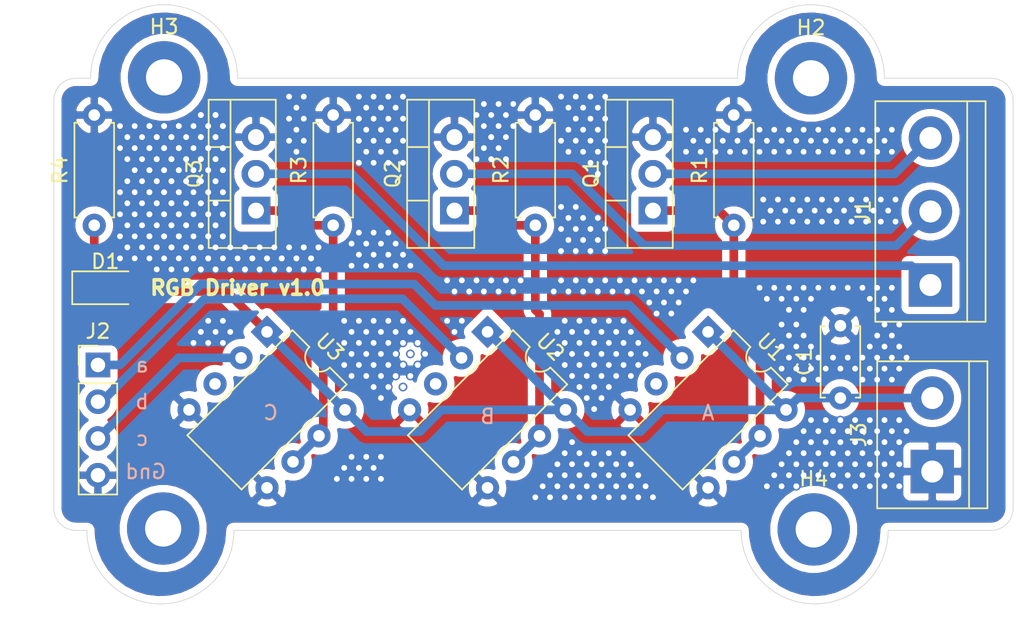
<source format=kicad_pcb>
(kicad_pcb (version 20240108) (generator "pcbnew") (generator_version "8.0")
  (layers (0 "F.Cu" signal) (31 "B.Cu" signal) (34 "B.Paste" user) (35 "F.Paste" user) (36 "B.SilkS" user "B.Silkscreen") (37 "F.SilkS" user "F.Silkscreen") (38 "B.Mask" user) (39 "F.Mask" user) (44 "Edge.Cuts" user))
  (net 0 "")
  (net 1 "gate_c")
  (net 2 "gate_b")
  (net 3 "gate_a")
  (net 4 "gpio_a")
  (net 5 "gpio_b")
  (net 6 "gpio_c")
  (net 7 "GND")
  (net 8 "+5V")
  (net 9 "Net-(Q1-Pad1)")
  (net 10 "Net-(Q2-Pad1)")
  (net 11 "Net-(Q3-Pad1)")
  (net 12 "Net-(U1-Pad3)")
  (net 13 "Net-(U2-Pad3)")
  (net 14 "Net-(U3-Pad3)")
  (net 15 "Net-(D1-Pad1)")
  (footprint "TerminalBlock:TerminalBlock_bornier-3_P5.08mm" (layer "F.Cu") (at 205.613 88.9635 90)
    (property "Reference" "J1")
    (property "Value" "Screw_Terminal_01x03")
  )
  (footprint "Connector_PinHeader_2.54mm:PinHeader_1x04_P2.54mm_Vertical" (layer "F.Cu") (at 148.082 94.488)
    (property "Reference" "J2")
    (property "Value" "Conn_01x04_Male")
  )
  (footprint "TerminalBlock:TerminalBlock_bornier-2_P5.08mm" (layer "F.Cu") (at 205.74 101.854 90)
    (property "Reference" "J3")
    (property "Value" "Screw_Terminal_01x02")
  )
  (footprint "Package_TO_SOT_THT:TO-220-3_Vertical" (layer "F.Cu") (at 186.436 83.82 90)
    (property "Reference" "Q1")
    (property "Value" "IRF540N")
  )
  (footprint "Package_TO_SOT_THT:TO-220-3_Vertical" (layer "F.Cu") (at 172.72 83.82 90)
    (property "Reference" "Q2")
    (property "Value" "IRF540N")
  )
  (footprint "Package_TO_SOT_THT:TO-220-3_Vertical" (layer "F.Cu") (at 159.004 83.82 90)
    (property "Reference" "Q3")
    (property "Value" "IRF540N")
  )
  (footprint "Package_DIP:DIP-8_W7.62mm" (layer "F.Cu") (at 190.246 92.202 -45)
    (property "Reference" "U1")
    (property "Value" "TC4420")
  )
  (footprint "Package_DIP:DIP-8_W7.62mm" (layer "F.Cu") (at 175.006 92.202 -45)
    (property "Reference" "U2")
    (property "Value" "TC4420")
  )
  (footprint "Package_DIP:DIP-8_W7.62mm" (layer "F.Cu") (at 159.766 92.202 -45)
    (property "Reference" "U3")
    (property "Value" "TC4420")
  )
  (footprint "Resistor_THT:R_Axial_DIN0207_L6.3mm_D2.5mm_P7.62mm_Horizontal" (layer "F.Cu") (at 192.024 84.836 90)
    (property "Reference" "R1")
    (property "Value" "R")
  )
  (footprint "Resistor_THT:R_Axial_DIN0207_L6.3mm_D2.5mm_P7.62mm_Horizontal" (layer "F.Cu") (at 178.308 84.836 90)
    (property "Reference" "R2")
    (property "Value" "R")
  )
  (footprint "Resistor_THT:R_Axial_DIN0207_L6.3mm_D2.5mm_P7.62mm_Horizontal" (layer "F.Cu") (at 164.338 84.836 90)
    (property "Reference" "R3")
    (property "Value" "R")
  )
  (footprint "Resistor_THT:R_Axial_DIN0207_L6.3mm_D2.5mm_P7.62mm_Horizontal" (layer "F.Cu") (at 147.828 84.836 90)
    (property "Reference" "R4")
    (property "Value" "R")
  )
  (footprint "Capacitor_THT:C_Disc_D4.7mm_W2.5mm_P5.00mm" (layer "F.Cu") (at 199.39 96.774 90)
    (property "Reference" "C1")
    (property "Value" "C")
  )
  (footprint "LED_SMD:LED_1206_3216Metric" (layer "F.Cu") (at 148.59 89.154)
    (property "Reference" "D1")
    (property "Value" "LED")
  )
  (footprint "MountingHole:MountingHole_2.5mm_Pad" (layer "F.Cu") (at 152.5905 105.791)
    (property "Reference" "H1")
    (property "Value" "MountingHole")
  )
  (footprint "MountingHole:MountingHole_2.5mm_Pad" (layer "F.Cu") (at 197.358 74.676)
    (property "Reference" "H2")
    (property "Value" "MountingHole")
  )
  (footprint "MountingHole:MountingHole_2.5mm_Pad" (layer "F.Cu") (at 152.654 74.6125)
    (property "Reference" "H3")
    (property "Value" "MountingHole")
  )
  (footprint "MountingHole:MountingHole_2.5mm_Pad" (layer "F.Cu") (at 197.5485 105.8545)
    (property "Reference" "H4")
    (property "Value" "MountingHole")
  )
  (gr_line (start 157.734 74.676) (end 192.278 74.676) (stroke (width 0.05)) (layer "Edge.Cuts"))
  (gr_line (start 209.804 105.918) (end 202.692 105.918) (stroke (width 0.05)) (layer "Edge.Cuts"))
  (gr_line (start 192.532 105.918) (end 157.48 105.918) (stroke (width 0.05)) (layer "Edge.Cuts"))
  (gr_line (start 146.558 74.676) (end 147.574 74.676) (stroke (width 0.05)) (layer "Edge.Cuts"))
  (gr_line (start 145.034 76.2) (end 145.034 104.394) (stroke (width 0.05)) (layer "Edge.Cuts"))
  (gr_arc (start 211.328 104.394) (mid 210.881631 105.471631) (end 209.804 105.918) (stroke (width 0.05)) (layer "Edge.Cuts"))
  (gr_line (start 147.32 105.918) (end 146.558 105.918) (stroke (width 0.05)) (layer "Edge.Cuts"))
  (gr_arc (start 192.278 74.676) (mid 197.358 69.596) (end 202.438 74.676) (stroke (width 0.05)) (layer "Edge.Cuts"))
  (gr_line (start 211.328 76.2) (end 211.328 104.394) (stroke (width 0.05)) (layer "Edge.Cuts"))
  (gr_arc (start 145.034 76.2) (mid 145.480369 75.122369) (end 146.558 74.676) (stroke (width 0.05)) (layer "Edge.Cuts"))
  (gr_line (start 202.438 74.676) (end 209.804 74.676) (stroke (width 0.05)) (layer "Edge.Cuts"))
  (gr_arc (start 146.558 105.918) (mid 145.480369 105.471631) (end 145.034 104.394) (stroke (width 0.05)) (layer "Edge.Cuts"))
  (gr_arc (start 157.48 105.918) (mid 152.4 110.998) (end 147.32 105.918) (stroke (width 0.05)) (layer "Edge.Cuts"))
  (gr_arc (start 209.804 74.676) (mid 210.881631 75.122369) (end 211.328 76.2) (stroke (width 0.05)) (layer "Edge.Cuts"))
  (gr_arc (start 147.574 74.676) (mid 152.654 69.596) (end 157.734 74.676) (stroke (width 0.05)) (layer "Edge.Cuts"))
  (gr_arc (start 202.692 105.918) (mid 197.612 110.998) (end 192.532 105.918) (stroke (width 0.05)) (layer "Edge.Cuts"))
  (gr_text "Gnd" (at 151.384 101.854 0) (layer "B.SilkS") (effects (font (size 1 1)) (justify mirror)))
  (gr_text "C" (at 160.02 97.79 0) (layer "B.SilkS") (effects (font (size 1 1)) (justify mirror)))
  (gr_text "c" (at 151.13 99.568 0) (layer "B.SilkS") (effects (font (size 1 1)) (justify mirror)))
  (gr_text "A" (at 190.246 97.79 0) (layer "B.SilkS") (effects (font (size 1 1)) (justify mirror)))
  (gr_text "B\n" (at 175.006 98.044 0) (layer "B.SilkS") (effects (font (size 1 1)) (justify mirror)))
  (gr_text "b" (at 151.13 97.028 0) (layer "B.SilkS") (effects (font (size 1 1)) (justify mirror)))
  (gr_text "a" (at 151.13 94.488 0) (layer "B.SilkS") (effects (font (size 1 1)) (justify mirror)))
  (gr_text "RGB Driver v1.0" (at 157.734 89.154 0) (layer "F.SilkS") (effects (font (size 1 1) (thickness 0.25))))
  (via (at 169.672 93.726) (size 0.6) (drill 0.4) (layers "F.Cu" "B.Cu") (net 0))
  (via (at 169.164 96.012) (size 0.6) (drill 0.4) (layers "F.Cu" "B.Cu") (net 0))
  (segment (start 165.623498 81.28) (end 159.004 81.28) (width 0.6) (layer "B.Cu") (net 1))
  (segment (start 204.2795 87.63) (end 205.613 88.9635) (width 0.6) (layer "B.Cu") (net 1))
  (segment (start 165.623498 81.28) (end 171.973498 87.63) (width 0.6) (layer "B.Cu") (net 1))
  (segment (start 171.973498 87.63) (end 204.2795 87.63) (width 0.6) (layer "B.Cu") (net 1))
  (segment (start 180.863498 81.28) (end 185.819499 86.236001) (width 0.6) (layer "B.Cu") (net 2))
  (segment (start 203.260499 86.236001) (end 205.613 83.8835) (width 0.6) (layer "B.Cu") (net 2))
  (segment (start 180.863498 81.28) (end 172.72 81.28) (width 0.6) (layer "B.Cu") (net 2))
  (segment (start 185.819499 86.236001) (end 203.260499 86.236001) (width 0.6) (layer "B.Cu") (net 2))
  (segment (start 203.1365 81.28) (end 205.613 78.8035) (width 0.6) (layer "B.Cu") (net 3))
  (segment (start 186.436 81.28) (end 203.1365 81.28) (width 0.6) (layer "B.Cu") (net 3))
  (segment (start 169.926 88.9) (end 171.396619 90.370619) (width 0.6) (layer "B.Cu") (net 4))
  (segment (start 155.194 88.9) (end 149.606 94.488) (width 0.6) (layer "B.Cu") (net 4))
  (segment (start 184.822517 90.370619) (end 188.449949 93.998051) (width 0.6) (layer "B.Cu") (net 4))
  (segment (start 171.396619 90.370619) (end 184.822517 90.370619) (width 0.6) (layer "B.Cu") (net 4))
  (segment (start 169.926 88.9) (end 155.194 88.9) (width 0.6) (layer "B.Cu") (net 4))
  (segment (start 149.606 94.488) (end 148.082 94.488) (width 0.6) (layer "B.Cu") (net 4))
  (segment (start 173.209949 93.998051) (end 169.127898 89.916) (width 0.6) (layer "B.Cu") (net 5))
  (segment (start 148.338806 97.028) (end 148.082 97.028) (width 0.6) (layer "B.Cu") (net 5))
  (segment (start 155.450806 89.916) (end 148.338806 97.028) (width 0.6) (layer "B.Cu") (net 5))
  (segment (start 169.127898 89.916) (end 155.450806 89.916) (width 0.6) (layer "B.Cu") (net 5))
  (segment (start 153.688051 93.998051) (end 157.969949 93.998051) (width 0.6) (layer "B.Cu") (net 6))
  (segment (start 157.951898 93.98) (end 157.969949 93.998051) (width 0.6) (layer "B.Cu") (net 6))
  (segment (start 153.67 93.98) (end 153.688051 93.998051) (width 0.6) (layer "B.Cu") (net 6))
  (segment (start 148.082 99.568) (end 153.67 93.98) (width 0.6) (layer "B.Cu") (net 6))
  (segment (start 169.617846 97.590154) (end 169.617847 97.590154) (width 0.8) (layer "F.Cu") (net 7))
  (via (at 200.914 78.232) (size 0.6) (drill 0.4) (layers "F.Cu" "B.Cu") (net 7))
  (via (at 197.866 78.232) (size 0.6) (drill 0.4) (layers "F.Cu" "B.Cu") (net 7))
  (via (at 195.834 78.232) (size 0.6) (drill 0.4) (layers "F.Cu" "B.Cu") (net 7))
  (via (at 196.85 78.232) (size 0.6) (drill 0.4) (layers "F.Cu" "B.Cu") (net 7))
  (via (at 199.898 78.232) (size 0.6) (drill 0.4) (layers "F.Cu" "B.Cu") (net 7))
  (via (at 198.882 78.232) (size 0.6) (drill 0.4) (layers "F.Cu" "B.Cu") (net 7))
  (via (at 201.676 83.82) (size 0.6) (drill 0.4) (layers "F.Cu" "B.Cu") (net 7))
  (via (at 198.628 83.82) (size 0.6) (drill 0.4) (layers "F.Cu" "B.Cu") (net 7))
  (via (at 197.104 84.582) (size 0.6) (drill 0.4) (layers "F.Cu" "B.Cu") (net 7))
  (via (at 199.136 84.582) (size 0.6) (drill 0.4) (layers "F.Cu" "B.Cu") (net 7))
  (via (at 201.168 83.058) (size 0.6) (drill 0.4) (layers "F.Cu" "B.Cu") (net 7))
  (via (at 201.168 84.582) (size 0.6) (drill 0.4) (layers "F.Cu" "B.Cu") (net 7))
  (via (at 196.088 84.582) (size 0.6) (drill 0.4) (layers "F.Cu" "B.Cu") (net 7))
  (via (at 200.152 84.582) (size 0.6) (drill 0.4) (layers "F.Cu" "B.Cu") (net 7))
  (via (at 197.104 83.058) (size 0.6) (drill 0.4) (layers "F.Cu" "B.Cu") (net 7))
  (via (at 198.12 83.058) (size 0.6) (drill 0.4) (layers "F.Cu" "B.Cu") (net 7))
  (via (at 196.088 83.058) (size 0.6) (drill 0.4) (layers "F.Cu" "B.Cu") (net 7))
  (via (at 196.596 83.82) (size 0.6) (drill 0.4) (layers "F.Cu" "B.Cu") (net 7))
  (via (at 199.136 83.058) (size 0.6) (drill 0.4) (layers "F.Cu" "B.Cu") (net 7))
  (via (at 197.612 83.82) (size 0.6) (drill 0.4) (layers "F.Cu" "B.Cu") (net 7))
  (via (at 200.66 83.82) (size 0.6) (drill 0.4) (layers "F.Cu" "B.Cu") (net 7))
  (via (at 200.152 83.058) (size 0.6) (drill 0.4) (layers "F.Cu" "B.Cu") (net 7))
  (via (at 202.184 84.582) (size 0.6) (drill 0.4) (layers "F.Cu" "B.Cu") (net 7))
  (via (at 199.644 83.82) (size 0.6) (drill 0.4) (layers "F.Cu" "B.Cu") (net 7))
  (via (at 198.12 84.582) (size 0.6) (drill 0.4) (layers "F.Cu" "B.Cu") (net 7))
  (via (at 202.184 83.058) (size 0.6) (drill 0.4) (layers "F.Cu" "B.Cu") (net 7))
  (via (at 202.692 83.82) (size 0.6) (drill 0.4) (layers "F.Cu" "B.Cu") (net 7))
  (via (at 203.2 83.058) (size 0.6) (drill 0.4) (layers "F.Cu" "B.Cu") (net 7))
  (via (at 203.2 84.582) (size 0.6) (drill 0.4) (layers "F.Cu" "B.Cu") (net 7))
  (via (at 194.564 83.82) (size 0.6) (drill 0.4) (layers "F.Cu" "B.Cu") (net 7))
  (via (at 194.056 83.058) (size 0.6) (drill 0.4) (layers "F.Cu" "B.Cu") (net 7))
  (via (at 195.072 84.582) (size 0.6) (drill 0.4) (layers "F.Cu" "B.Cu") (net 7))
  (via (at 194.056 84.582) (size 0.6) (drill 0.4) (layers "F.Cu" "B.Cu") (net 7))
  (via (at 195.58 83.82) (size 0.6) (drill 0.4) (layers "F.Cu" "B.Cu") (net 7))
  (via (at 195.072 83.058) (size 0.6) (drill 0.4) (layers "F.Cu" "B.Cu") (net 7))
  (via (at 196.342 89.916) (size 0.6) (drill 0.4) (layers "F.Cu" "B.Cu") (net 7))
  (via (at 201.93 90.678) (size 0.6) (drill 0.4) (layers "F.Cu" "B.Cu") (net 7))
  (via (at 195.834 89.154) (size 0.6) (drill 0.4) (layers "F.Cu" "B.Cu") (net 7))
  (via (at 194.31 89.916) (size 0.6) (drill 0.4) (layers "F.Cu" "B.Cu") (net 7))
  (via (at 196.85 90.678) (size 0.6) (drill 0.4) (layers "F.Cu" "B.Cu") (net 7))
  (via (at 195.834 90.678) (size 0.6) (drill 0.4) (layers "F.Cu" "B.Cu") (net 7))
  (via (at 195.326 89.916) (size 0.6) (drill 0.4) (layers "F.Cu" "B.Cu") (net 7))
  (via (at 193.802 89.154) (size 0.6) (drill 0.4) (layers "F.Cu" "B.Cu") (net 7))
  (via (at 197.358 89.916) (size 0.6) (drill 0.4) (layers "F.Cu" "B.Cu") (net 7))
  (via (at 202.438 89.916) (size 0.6) (drill 0.4) (layers "F.Cu" "B.Cu") (net 7))
  (via (at 196.85 89.154) (size 0.6) (drill 0.4) (layers "F.Cu" "B.Cu") (net 7))
  (via (at 201.93 89.154) (size 0.6) (drill 0.4) (layers "F.Cu" "B.Cu") (net 7))
  (via (at 202.946 90.678) (size 0.6) (drill 0.4) (layers "F.Cu" "B.Cu") (net 7))
  (via (at 197.866 89.154) (size 0.6) (drill 0.4) (layers "F.Cu" "B.Cu") (net 7))
  (via (at 201.422 89.916) (size 0.6) (drill 0.4) (layers "F.Cu" "B.Cu") (net 7))
  (via (at 202.946 89.154) (size 0.6) (drill 0.4) (layers "F.Cu" "B.Cu") (net 7))
  (via (at 194.818 89.154) (size 0.6) (drill 0.4) (layers "F.Cu" "B.Cu") (net 7))
  (via (at 198.882 89.154) (size 0.6) (drill 0.4) (layers "F.Cu" "B.Cu") (net 7))
  (via (at 200.914 89.154) (size 0.6) (drill 0.4) (layers "F.Cu" "B.Cu") (net 7))
  (via (at 199.898 89.154) (size 0.6) (drill 0.4) (layers "F.Cu" "B.Cu") (net 7))
  (via (at 196.85 92.456) (size 0.6) (drill 0.4) (layers "F.Cu" "B.Cu") (net 7))
  (via (at 195.326 93.218) (size 0.6) (drill 0.4) (layers "F.Cu" "B.Cu") (net 7))
  (via (at 202.438 93.218) (size 0.6) (drill 0.4) (layers "F.Cu" "B.Cu") (net 7))
  (via (at 196.342 91.694) (size 0.6) (drill 0.4) (layers "F.Cu" "B.Cu") (net 7))
  (via (at 197.358 93.218) (size 0.6) (drill 0.4) (layers "F.Cu" "B.Cu") (net 7))
  (via (at 196.342 93.218) (size 0.6) (drill 0.4) (layers "F.Cu" "B.Cu") (net 7))
  (via (at 201.422 93.218) (size 0.6) (drill 0.4) (layers "F.Cu" "B.Cu") (net 7))
  (via (at 195.834 92.456) (size 0.6) (drill 0.4) (layers "F.Cu" "B.Cu") (net 7))
  (via (at 202.946 92.456) (size 0.6) (drill 0.4) (layers "F.Cu" "B.Cu") (net 7))
  (via (at 202.438 91.694) (size 0.6) (drill 0.4) (layers "F.Cu" "B.Cu") (net 7))
  (via (at 203.454 93.218) (size 0.6) (drill 0.4) (layers "F.Cu" "B.Cu") (net 7))
  (via (at 201.93 92.456) (size 0.6) (drill 0.4) (layers "F.Cu" "B.Cu") (net 7))
  (via (at 203.454 91.694) (size 0.6) (drill 0.4) (layers "F.Cu" "B.Cu") (net 7))
  (via (at 195.326 91.694) (size 0.6) (drill 0.4) (layers "F.Cu" "B.Cu") (net 7))
  (via (at 197.358 94.742) (size 0.6) (drill 0.4) (layers "F.Cu" "B.Cu") (net 7))
  (via (at 195.834 95.504) (size 0.6) (drill 0.4) (layers "F.Cu" "B.Cu") (net 7))
  (via (at 199.39 94.742) (size 0.6) (drill 0.4) (layers "F.Cu" "B.Cu") (net 7))
  (via (at 202.946 95.504) (size 0.6) (drill 0.4) (layers "F.Cu" "B.Cu") (net 7))
  (via (at 201.422 94.742) (size 0.6) (drill 0.4) (layers "F.Cu" "B.Cu") (net 7))
  (via (at 196.85 93.98) (size 0.6) (drill 0.4) (layers "F.Cu" "B.Cu") (net 7))
  (via (at 195.326 94.742) (size 0.6) (drill 0.4) (layers "F.Cu" "B.Cu") (net 7))
  (via (at 197.866 95.504) (size 0.6) (drill 0.4) (layers "F.Cu" "B.Cu") (net 7))
  (via (at 196.85 95.504) (size 0.6) (drill 0.4) (layers "F.Cu" "B.Cu") (net 7))
  (via (at 201.93 95.504) (size 0.6) (drill 0.4) (layers "F.Cu" "B.Cu") (net 7))
  (via (at 196.342 94.742) (size 0.6) (drill 0.4) (layers "F.Cu" "B.Cu") (net 7))
  (via (at 198.374 94.742) (size 0.6) (drill 0.4) (layers "F.Cu" "B.Cu") (net 7))
  (via (at 203.454 94.742) (size 0.6) (drill 0.4) (layers "F.Cu" "B.Cu") (net 7))
  (via (at 197.866 93.98) (size 0.6) (drill 0.4) (layers "F.Cu" "B.Cu") (net 7))
  (via (at 202.946 93.98) (size 0.6) (drill 0.4) (layers "F.Cu" "B.Cu") (net 7))
  (via (at 198.882 93.98) (size 0.6) (drill 0.4) (layers "F.Cu" "B.Cu") (net 7))
  (via (at 200.406 94.742) (size 0.6) (drill 0.4) (layers "F.Cu" "B.Cu") (net 7))
  (via (at 202.438 94.742) (size 0.6) (drill 0.4) (layers "F.Cu" "B.Cu") (net 7))
  (via (at 203.962 93.98) (size 0.6) (drill 0.4) (layers "F.Cu" "B.Cu") (net 7))
  (via (at 195.834 93.98) (size 0.6) (drill 0.4) (layers "F.Cu" "B.Cu") (net 7))
  (via (at 199.898 93.98) (size 0.6) (drill 0.4) (layers "F.Cu" "B.Cu") (net 7))
  (via (at 201.93 93.98) (size 0.6) (drill 0.4) (layers "F.Cu" "B.Cu") (net 7))
  (via (at 200.914 95.504) (size 0.6) (drill 0.4) (layers "F.Cu" "B.Cu") (net 7))
  (via (at 200.914 93.98) (size 0.6) (drill 0.4) (layers "F.Cu" "B.Cu") (net 7))
  (via (at 196.85 99.06) (size 0.6) (drill 0.4) (layers "F.Cu" "B.Cu") (net 7))
  (via (at 198.882 99.06) (size 0.6) (drill 0.4) (layers "F.Cu" "B.Cu") (net 7))
  (via (at 199.39 99.822) (size 0.6) (drill 0.4) (layers "F.Cu" "B.Cu") (net 7))
  (via (at 202.438 99.822) (size 0.6) (drill 0.4) (layers "F.Cu" "B.Cu") (net 7))
  (via (at 200.914 99.06) (size 0.6) (drill 0.4) (layers "F.Cu" "B.Cu") (net 7))
  (via (at 197.358 99.822) (size 0.6) (drill 0.4) (layers "F.Cu" "B.Cu") (net 7))
  (via (at 196.342 99.822) (size 0.6) (drill 0.4) (layers "F.Cu" "B.Cu") (net 7))
  (via (at 201.422 99.822) (size 0.6) (drill 0.4) (layers "F.Cu" "B.Cu") (net 7))
  (via (at 197.866 99.06) (size 0.6) (drill 0.4) (layers "F.Cu" "B.Cu") (net 7))
  (via (at 202.946 99.06) (size 0.6) (drill 0.4) (layers "F.Cu" "B.Cu") (net 7))
  (via (at 197.358 98.298) (size 0.6) (drill 0.4) (layers "F.Cu" "B.Cu") (net 7))
  (via (at 202.438 98.298) (size 0.6) (drill 0.4) (layers "F.Cu" "B.Cu") (net 7))
  (via (at 203.454 99.822) (size 0.6) (drill 0.4) (layers "F.Cu" "B.Cu") (net 7))
  (via (at 198.374 98.298) (size 0.6) (drill 0.4) (layers "F.Cu" "B.Cu") (net 7))
  (via (at 199.898 99.06) (size 0.6) (drill 0.4) (layers "F.Cu" "B.Cu") (net 7))
  (via (at 201.93 99.06) (size 0.6) (drill 0.4) (layers "F.Cu" "B.Cu") (net 7))
  (via (at 198.374 99.822) (size 0.6) (drill 0.4) (layers "F.Cu" "B.Cu") (net 7))
  (via (at 203.454 98.298) (size 0.6) (drill 0.4) (layers "F.Cu" "B.Cu") (net 7))
  (via (at 199.39 98.298) (size 0.6) (drill 0.4) (layers "F.Cu" "B.Cu") (net 7))
  (via (at 201.422 98.298) (size 0.6) (drill 0.4) (layers "F.Cu" "B.Cu") (net 7))
  (via (at 200.406 99.822) (size 0.6) (drill 0.4) (layers "F.Cu" "B.Cu") (net 7))
  (via (at 200.406 98.298) (size 0.6) (drill 0.4) (layers "F.Cu" "B.Cu") (net 7))
  (via (at 198.882 100.584) (size 0.6) (drill 0.4) (layers "F.Cu" "B.Cu") (net 7))
  (via (at 196.85 102.108) (size 0.6) (drill 0.4) (layers "F.Cu" "B.Cu") (net 7))
  (via (at 199.898 102.108) (size 0.6) (drill 0.4) (layers "F.Cu" "B.Cu") (net 7))
  (via (at 202.946 100.584) (size 0.6) (drill 0.4) (layers "F.Cu" "B.Cu") (net 7))
  (via (at 196.85 100.584) (size 0.6) (drill 0.4) (layers "F.Cu" "B.Cu") (net 7))
  (via (at 201.422 101.346) (size 0.6) (drill 0.4) (layers "F.Cu" "B.Cu") (net 7))
  (via (at 201.93 100.584) (size 0.6) (drill 0.4) (layers "F.Cu" "B.Cu") (net 7))
  (via (at 200.406 101.346) (size 0.6) (drill 0.4) (layers "F.Cu" "B.Cu") (net 7))
  (via (at 197.866 102.108) (size 0.6) (drill 0.4) (layers "F.Cu" "B.Cu") (net 7))
  (via (at 198.882 102.108) (size 0.6) (drill 0.4) (layers "F.Cu" "B.Cu") (net 7))
  (via (at 195.834 102.108) (size 0.6) (drill 0.4) (layers "F.Cu" "B.Cu") (net 7))
  (via (at 198.374 101.346) (size 0.6) (drill 0.4) (layers "F.Cu" "B.Cu") (net 7))
  (via (at 202.438 101.346) (size 0.6) (drill 0.4) (layers "F.Cu" "B.Cu") (net 7))
  (via (at 196.342 101.346) (size 0.6) (drill 0.4) (layers "F.Cu" "B.Cu") (net 7))
  (via (at 200.914 100.584) (size 0.6) (drill 0.4) (layers "F.Cu" "B.Cu") (net 7))
  (via (at 197.866 100.584) (size 0.6) (drill 0.4) (layers "F.Cu" "B.Cu") (net 7))
  (via (at 202.946 102.108) (size 0.6) (drill 0.4) (layers "F.Cu" "B.Cu") (net 7))
  (via (at 199.898 100.584) (size 0.6) (drill 0.4) (layers "F.Cu" "B.Cu") (net 7))
  (via (at 201.93 102.108) (size 0.6) (drill 0.4) (layers "F.Cu" "B.Cu") (net 7))
  (via (at 200.914 102.108) (size 0.6) (drill 0.4) (layers "F.Cu" "B.Cu") (net 7))
  (via (at 199.39 101.346) (size 0.6) (drill 0.4) (layers "F.Cu" "B.Cu") (net 7))
  (via (at 197.358 101.346) (size 0.6) (drill 0.4) (layers "F.Cu" "B.Cu") (net 7))
  (via (at 203.454 101.346) (size 0.6) (drill 0.4) (layers "F.Cu" "B.Cu") (net 7))
  (via (at 203.962 99.06) (size 0.6) (drill 0.4) (layers "F.Cu" "B.Cu") (net 7))
  (via (at 195.834 100.584) (size 0.6) (drill 0.4) (layers "F.Cu" "B.Cu") (net 7))
  (via (at 195.326 101.346) (size 0.6) (drill 0.4) (layers "F.Cu" "B.Cu") (net 7))
  (via (at 194.818 102.108) (size 0.6) (drill 0.4) (layers "F.Cu" "B.Cu") (net 7))
  (via (at 195.326 102.87) (size 0.6) (drill 0.4) (layers "F.Cu" "B.Cu") (net 7))
  (via (at 199.39 102.87) (size 0.6) (drill 0.4) (layers "F.Cu" "B.Cu") (net 7))
  (via (at 200.406 102.87) (size 0.6) (drill 0.4) (layers "F.Cu" "B.Cu") (net 7))
  (via (at 201.422 102.87) (size 0.6) (drill 0.4) (layers "F.Cu" "B.Cu") (net 7))
  (via (at 202.438 102.87) (size 0.6) (drill 0.4) (layers "F.Cu" "B.Cu") (net 7))
  (via (at 203.454 102.87) (size 0.6) (drill 0.4) (layers "F.Cu" "B.Cu") (net 7))
  (via (at 194.818 79.756) (size 0.6) (drill 0.4) (layers "F.Cu" "B.Cu") (net 7))
  (via (at 193.802 79.756) (size 0.6) (drill 0.4) (layers "F.Cu" "B.Cu") (net 7))
  (via (at 194.818 78.232) (size 0.6) (drill 0.4) (layers "F.Cu" "B.Cu") (net 7))
  (via (at 193.802 78.232) (size 0.6) (drill 0.4) (layers "F.Cu" "B.Cu") (net 7))
  (via (at 194.31 78.994) (size 0.6) (drill 0.4) (layers "F.Cu" "B.Cu") (net 7))
  (via (at 195.326 78.994) (size 0.6) (drill 0.4) (layers "F.Cu" "B.Cu") (net 7))
  (via (at 201.93 78.232) (size 0.6) (drill 0.4) (layers "F.Cu" "B.Cu") (net 7))
  (via (at 202.438 78.994) (size 0.6) (drill 0.4) (layers "F.Cu" "B.Cu") (net 7))
  (via (at 202.946 78.232) (size 0.6) (drill 0.4) (layers "F.Cu" "B.Cu") (net 7))
  (via (at 202.946 79.756) (size 0.6) (drill 0.4) (layers "F.Cu" "B.Cu") (net 7))
  (via (at 183.642 89.408) (size 0.6) (drill 0.4) (layers "F.Cu" "B.Cu") (net 7))
  (via (at 181.102 88.646) (size 0.6) (drill 0.4) (layers "F.Cu" "B.Cu") (net 7))
  (via (at 183.134 88.646) (size 0.6) (drill 0.4) (layers "F.Cu" "B.Cu") (net 7))
  (via (at 181.61 89.408) (size 0.6) (drill 0.4) (layers "F.Cu" "B.Cu") (net 7))
  (via (at 184.658 89.408) (size 0.6) (drill 0.4) (layers "F.Cu" "B.Cu") (net 7))
  (via (at 185.674 89.408) (size 0.6) (drill 0.4) (layers "F.Cu" "B.Cu") (net 7))
  (via (at 180.086 88.646) (size 0.6) (drill 0.4) (layers "F.Cu" "B.Cu") (net 7))
  (via (at 186.182 88.646) (size 0.6) (drill 0.4) (layers "F.Cu" "B.Cu") (net 7))
  (via (at 182.626 89.408) (size 0.6) (drill 0.4) (layers "F.Cu" "B.Cu") (net 7))
  (via (at 185.166 88.646) (size 0.6) (drill 0.4) (layers "F.Cu" "B.Cu") (net 7))
  (via (at 182.118 88.646) (size 0.6) (drill 0.4) (layers "F.Cu" "B.Cu") (net 7))
  (via (at 184.15 88.646) (size 0.6) (drill 0.4) (layers "F.Cu" "B.Cu") (net 7))
  (via (at 180.594 89.408) (size 0.6) (drill 0.4) (layers "F.Cu" "B.Cu") (net 7))
  (via (at 179.578 89.408) (size 0.6) (drill 0.4) (layers "F.Cu" "B.Cu") (net 7))
  (via (at 188.214 90.17) (size 0.6) (drill 0.4) (layers "F.Cu" "B.Cu") (net 7))
  (via (at 187.706 89.408) (size 0.6) (drill 0.4) (layers "F.Cu" "B.Cu") (net 7))
  (via (at 187.198 88.646) (size 0.6) (drill 0.4) (layers "F.Cu" "B.Cu") (net 7))
  (via (at 187.198 90.17) (size 0.6) (drill 0.4) (layers "F.Cu" "B.Cu") (net 7))
  (via (at 188.722 89.408) (size 0.6) (drill 0.4) (layers "F.Cu" "B.Cu") (net 7))
  (via (at 188.214 88.646) (size 0.6) (drill 0.4) (layers "F.Cu" "B.Cu") (net 7))
  (via (at 189.23 88.646) (size 0.6) (drill 0.4) (layers "F.Cu" "B.Cu") (net 7))
  (via (at 186.69 89.408) (size 0.6) (drill 0.4) (layers "F.Cu" "B.Cu") (net 7))
  (via (at 186.182 90.17) (size 0.6) (drill 0.4) (layers "F.Cu" "B.Cu") (net 7))
  (via (at 186.69 90.932) (size 0.6) (drill 0.4) (layers "F.Cu" "B.Cu") (net 7))
  (via (at 187.706 90.932) (size 0.6) (drill 0.4) (layers "F.Cu" "B.Cu") (net 7))
  (via (at 185.42 92.964) (size 0.6) (drill 0.4) (layers "F.Cu" "B.Cu") (net 7))
  (via (at 181.864 93.726) (size 0.6) (drill 0.4) (layers "F.Cu" "B.Cu") (net 7))
  (via (at 181.356 92.964) (size 0.6) (drill 0.4) (layers "F.Cu" "B.Cu") (net 7))
  (via (at 180.848 92.202) (size 0.6) (drill 0.4) (layers "F.Cu" "B.Cu") (net 7))
  (via (at 179.832 92.202) (size 0.6) (drill 0.4) (layers "F.Cu" "B.Cu") (net 7))
  (via (at 181.864 92.202) (size 0.6) (drill 0.4) (layers "F.Cu" "B.Cu") (net 7))
  (via (at 180.848 93.726) (size 0.6) (drill 0.4) (layers "F.Cu" "B.Cu") (net 7))
  (via (at 184.912 92.202) (size 0.6) (drill 0.4) (layers "F.Cu" "B.Cu") (net 7))
  (via (at 184.404 91.44) (size 0.6) (drill 0.4) (layers "F.Cu" "B.Cu") (net 7))
  (via (at 185.928 93.726) (size 0.6) (drill 0.4) (layers "F.Cu" "B.Cu") (net 7))
  (via (at 181.356 91.44) (size 0.6) (drill 0.4) (layers "F.Cu" "B.Cu") (net 7))
  (via (at 184.404 92.964) (size 0.6) (drill 0.4) (layers "F.Cu" "B.Cu") (net 7))
  (via (at 180.34 91.44) (size 0.6) (drill 0.4) (layers "F.Cu" "B.Cu") (net 7))
  (via (at 182.88 92.202) (size 0.6) (drill 0.4) (layers "F.Cu" "B.Cu") (net 7))
  (via (at 182.88 93.726) (size 0.6) (drill 0.4) (layers "F.Cu" "B.Cu") (net 7))
  (via (at 183.388 91.44) (size 0.6) (drill 0.4) (layers "F.Cu" "B.Cu") (net 7))
  (via (at 182.372 92.964) (size 0.6) (drill 0.4) (layers "F.Cu" "B.Cu") (net 7))
  (via (at 183.388 92.964) (size 0.6) (drill 0.4) (layers "F.Cu" "B.Cu") (net 7))
  (via (at 182.372 91.44) (size 0.6) (drill 0.4) (layers "F.Cu" "B.Cu") (net 7))
  (via (at 183.896 93.726) (size 0.6) (drill 0.4) (layers "F.Cu" "B.Cu") (net 7))
  (via (at 180.34 92.964) (size 0.6) (drill 0.4) (layers "F.Cu" "B.Cu") (net 7))
  (via (at 183.896 92.202) (size 0.6) (drill 0.4) (layers "F.Cu" "B.Cu") (net 7))
  (via (at 179.832 93.726) (size 0.6) (drill 0.4) (layers "F.Cu" "B.Cu") (net 7))
  (via (at 183.388 96.012) (size 0.6) (drill 0.4) (layers "F.Cu" "B.Cu") (net 7))
  (via (at 180.848 95.25) (size 0.6) (drill 0.4) (layers "F.Cu" "B.Cu") (net 7))
  (via (at 183.388 94.488) (size 0.6) (drill 0.4) (layers "F.Cu" "B.Cu") (net 7))
  (via (at 181.864 95.25) (size 0.6) (drill 0.4) (layers "F.Cu" "B.Cu") (net 7))
  (via (at 182.372 96.012) (size 0.6) (drill 0.4) (layers "F.Cu" "B.Cu") (net 7))
  (via (at 182.88 95.25) (size 0.6) (drill 0.4) (layers "F.Cu" "B.Cu") (net 7))
  (via (at 182.372 94.488) (size 0.6) (drill 0.4) (layers "F.Cu" "B.Cu") (net 7))
  (via (at 180.34 94.488) (size 0.6) (drill 0.4) (layers "F.Cu" "B.Cu") (net 7))
  (via (at 181.356 94.488) (size 0.6) (drill 0.4) (layers "F.Cu" "B.Cu") (net 7))
  (via (at 181.356 96.012) (size 0.6) (drill 0.4) (layers "F.Cu" "B.Cu") (net 7))
  (via (at 183.896 95.25) (size 0.6) (drill 0.4) (layers "F.Cu" "B.Cu") (net 7))
  (via (at 184.404 94.488) (size 0.6) (drill 0.4) (layers "F.Cu" "B.Cu") (net 7))
  (via (at 185.42 94.488) (size 0.6) (drill 0.4) (layers "F.Cu" "B.Cu") (net 7))
  (via (at 184.912 95.25) (size 0.6) (drill 0.4) (layers "F.Cu" "B.Cu") (net 7))
  (via (at 182.88 96.774) (size 0.6) (drill 0.4) (layers "F.Cu" "B.Cu") (net 7))
  (via (at 181.864 96.774) (size 0.6) (drill 0.4) (layers "F.Cu" "B.Cu") (net 7))
  (via (at 182.372 97.536) (size 0.6) (drill 0.4) (layers "F.Cu" "B.Cu") (net 7))
  (via (at 169.164 92.964) (size 0.6) (drill 0.4) (layers "F.Cu" "B.Cu") (net 7))
  (via (at 170.18 92.964) (size 0.6) (drill 0.4) (layers "F.Cu" "B.Cu") (net 7))
  (via (at 168.148 96.012) (size 0.6) (drill 0.4) (layers "F.Cu" "B.Cu") (net 7))
  (via (at 167.132 96.012) (size 0.6) (drill 0.4) (layers "F.Cu" "B.Cu") (net 7))
  (via (at 167.64 93.726) (size 0.6) (drill 0.4) (layers "F.Cu" "B.Cu") (net 7))
  (via (at 166.624 92.202) (size 0.6) (drill 0.4) (layers "F.Cu" "B.Cu") (net 7))
  (via (at 165.608 92.202) (size 0.6) (drill 0.4) (layers "F.Cu" "B.Cu") (net 7))
  (via (at 169.672 92.202) (size 0.6) (drill 0.4) (layers "F.Cu" "B.Cu") (net 7))
  (via (at 166.624 95.25) (size 0.6) (drill 0.4) (layers "F.Cu" "B.Cu") (net 7))
  (via (at 168.148 94.488) (size 0.6) (drill 0.4) (layers "F.Cu" "B.Cu") (net 7))
  (via (at 165.1 94.488) (size 0.6) (drill 0.4) (layers "F.Cu" "B.Cu") (net 7))
  (via (at 167.64 92.202) (size 0.6) (drill 0.4) (layers "F.Cu" "B.Cu") (net 7))
  (via (at 165.608 93.726) (size 0.6) (drill 0.4) (layers "F.Cu" "B.Cu") (net 7))
  (via (at 167.64 96.774) (size 0.6) (drill 0.4) (layers "F.Cu" "B.Cu") (net 7))
  (via (at 168.656 93.726) (size 0.6) (drill 0.4) (layers "F.Cu" "B.Cu") (net 7))
  (via (at 169.164 94.488) (size 0.6) (drill 0.4) (layers "F.Cu" "B.Cu") (net 7))
  (via (at 167.132 92.964) (size 0.6) (drill 0.4) (layers "F.Cu" "B.Cu") (net 7))
  (via (at 168.148 92.964) (size 0.6) (drill 0.4) (layers "F.Cu" "B.Cu") (net 7))
  (via (at 168.656 92.202) (size 0.6) (drill 0.4) (layers "F.Cu" "B.Cu") (net 7))
  (via (at 166.116 92.964) (size 0.6) (drill 0.4) (layers "F.Cu" "B.Cu") (net 7))
  (via (at 168.656 95.25) (size 0.6) (drill 0.4) (layers "F.Cu" "B.Cu") (net 7))
  (via (at 167.132 94.488) (size 0.6) (drill 0.4) (layers "F.Cu" "B.Cu") (net 7))
  (via (at 165.608 95.25) (size 0.6) (drill 0.4) (layers "F.Cu" "B.Cu") (net 7))
  (via (at 167.64 95.25) (size 0.6) (drill 0.4) (layers "F.Cu" "B.Cu") (net 7))
  (via (at 170.688 93.726) (size 0.6) (drill 0.4) (layers "F.Cu" "B.Cu") (net 7))
  (via (at 166.116 94.488) (size 0.6) (drill 0.4) (layers "F.Cu" "B.Cu") (net 7))
  (via (at 165.1 92.964) (size 0.6) (drill 0.4) (layers "F.Cu" "B.Cu") (net 7))
  (via (at 166.624 93.726) (size 0.6) (drill 0.4) (layers "F.Cu" "B.Cu") (net 7))
  (via (at 170.18 94.488) (size 0.6) (drill 0.4) (layers "F.Cu" "B.Cu") (net 7))
  (via (at 169.672 95.25) (size 0.6) (drill 0.4) (layers "F.Cu" "B.Cu") (net 7))
  (via (at 167.132 91.44) (size 0.6) (drill 0.4) (layers "F.Cu" "B.Cu") (net 7))
  (via (at 166.116 91.44) (size 0.6) (drill 0.4) (layers "F.Cu" "B.Cu") (net 7))
  (via (at 172.72 92.202) (size 0.6) (drill 0.4) (layers "F.Cu" "B.Cu") (net 7))
  (via (at 173.736 89.408) (size 0.6) (drill 0.4) (layers "F.Cu" "B.Cu") (net 7))
  (via (at 172.212 91.44) (size 0.6) (drill 0.4) (layers "F.Cu" "B.Cu") (net 7))
  (via (at 168.148 91.44) (size 0.6) (drill 0.4) (layers "F.Cu" "B.Cu") (net 7))
  (via (at 172.72 89.408) (size 0.6) (drill 0.4) (layers "F.Cu" "B.Cu") (net 7))
  (via (at 172.212 88.646) (size 0.6) (drill 0.4) (layers "F.Cu" "B.Cu") (net 7))
  (via (at 169.164 91.44) (size 0.6) (drill 0.4) (layers "F.Cu" "B.Cu") (net 7))
  (via (at 173.228 91.44) (size 0.6) (drill 0.4) (layers "F.Cu" "B.Cu") (net 7))
  (via (at 165.1 91.44) (size 0.6) (drill 0.4) (layers "F.Cu" "B.Cu") (net 7))
  (via (at 181.864 101.346) (size 0.6) (drill 0.4) (layers "F.Cu" "B.Cu") (net 7))
  (via (at 180.34 100.584) (size 0.6) (drill 0.4) (layers "F.Cu" "B.Cu") (net 7))
  (via (at 180.34 102.108) (size 0.6) (drill 0.4) (layers "F.Cu" "B.Cu") (net 7))
  (via (at 182.372 102.108) (size 0.6) (drill 0.4) (layers "F.Cu" "B.Cu") (net 7))
  (via (at 182.88 102.87) (size 0.6) (drill 0.4) (layers "F.Cu" "B.Cu") (net 7))
  (via (at 179.832 102.87) (size 0.6) (drill 0.4) (layers "F.Cu" "B.Cu") (net 7))
  (via (at 180.848 99.822) (size 0.6) (drill 0.4) (layers "F.Cu" "B.Cu") (net 7))
  (via (at 179.324 103.632) (size 0.6) (drill 0.4) (layers "F.Cu" "B.Cu") (net 7))
  (via (at 183.388 100.584) (size 0.6) (drill 0.4) (layers "F.Cu" "B.Cu") (net 7))
  (via (at 179.832 101.346) (size 0.6) (drill 0.4) (layers "F.Cu" "B.Cu") (net 7))
  (via (at 179.324 102.108) (size 0.6) (drill 0.4) (layers "F.Cu" "B.Cu") (net 7))
  (via (at 180.848 102.87) (size 0.6) (drill 0.4) (layers "F.Cu" "B.Cu") (net 7))
  (via (at 183.896 102.87) (size 0.6) (drill 0.4) (layers "F.Cu" "B.Cu") (net 7))
  (via (at 183.388 102.108) (size 0.6) (drill 0.4) (layers "F.Cu" "B.Cu") (net 7))
  (via (at 181.356 102.108) (size 0.6) (drill 0.4) (layers "F.Cu" "B.Cu") (net 7))
  (via (at 181.864 102.87) (size 0.6) (drill 0.4) (layers "F.Cu" "B.Cu") (net 7))
  (via (at 183.896 101.346) (size 0.6) (drill 0.4) (layers "F.Cu" "B.Cu") (net 7))
  (via (at 183.388 103.632) (size 0.6) (drill 0.4) (layers "F.Cu" "B.Cu") (net 7))
  (via (at 180.848 101.346) (size 0.6) (drill 0.4) (layers "F.Cu" "B.Cu") (net 7))
  (via (at 182.88 101.346) (size 0.6) (drill 0.4) (layers "F.Cu" "B.Cu") (net 7))
  (via (at 182.372 100.584) (size 0.6) (drill 0.4) (layers "F.Cu" "B.Cu") (net 7))
  (via (at 181.356 100.584) (size 0.6) (drill 0.4) (layers "F.Cu" "B.Cu") (net 7))
  (via (at 164.592 102.362) (size 0.6) (drill 0.4) (layers "F.Cu" "B.Cu") (net 7))
  (via (at 167.132 101.6) (size 0.6) (drill 0.4) (layers "F.Cu" "B.Cu") (net 7))
  (via (at 165.608 100.838) (size 0.6) (drill 0.4) (layers "F.Cu" "B.Cu") (net 7))
  (via (at 165.608 102.362) (size 0.6) (drill 0.4) (layers "F.Cu" "B.Cu") (net 7))
  (via (at 166.116 101.6) (size 0.6) (drill 0.4) (layers "F.Cu" "B.Cu") (net 7))
  (via (at 167.64 102.362) (size 0.6) (drill 0.4) (layers "F.Cu" "B.Cu") (net 7))
  (via (at 167.64 100.838) (size 0.6) (drill 0.4) (layers "F.Cu" "B.Cu") (net 7))
  (via (at 166.624 100.838) (size 0.6) (drill 0.4) (layers "F.Cu" "B.Cu") (net 7))
  (via (at 165.1 101.6) (size 0.6) (drill 0.4) (layers "F.Cu" "B.Cu") (net 7))
  (via (at 166.624 102.362) (size 0.6) (drill 0.4) (layers "F.Cu" "B.Cu") (net 7))
  (via (at 157.226 92.202) (size 0.6) (drill 0.4) (layers "F.Cu" "B.Cu") (net 7))
  (via (at 156.21 92.202) (size 0.6) (drill 0.4) (layers "F.Cu" "B.Cu") (net 7))
  (via (at 155.702 91.44) (size 0.6) (drill 0.4) (layers "F.Cu" "B.Cu") (net 7))
  (via (at 155.194 92.202) (size 0.6) (drill 0.4) (layers "F.Cu" "B.Cu") (net 7))
  (via (at 156.718 91.44) (size 0.6) (drill 0.4) (layers "F.Cu" "B.Cu") (net 7))
  (via (at 155.702 92.964) (size 0.6) (drill 0.4) (layers "F.Cu" "B.Cu") (net 7))
  (via (at 168.656 86.106) (size 0.6) (drill 0.4) (layers "F.Cu" "B.Cu") (net 7))
  (via (at 167.132 85.344) (size 0.6) (drill 0.4) (layers "F.Cu" "B.Cu") (net 7))
  (via (at 168.148 86.868) (size 0.6) (drill 0.4) (layers "F.Cu" "B.Cu") (net 7))
  (via (at 167.132 86.868) (size 0.6) (drill 0.4) (layers "F.Cu" "B.Cu") (net 7))
  (via (at 166.116 85.344) (size 0.6) (drill 0.4) (layers "F.Cu" "B.Cu") (net 7))
  (via (at 167.64 86.106) (size 0.6) (drill 0.4) (layers "F.Cu" "B.Cu") (net 7))
  (via (at 166.624 86.106) (size 0.6) (drill 0.4) (layers "F.Cu" "B.Cu") (net 7))
  (via (at 168.148 85.344) (size 0.6) (drill 0.4) (layers "F.Cu" "B.Cu") (net 7))
  (via (at 168.148 78.994) (size 0.6) (drill 0.4) (layers "F.Cu" "B.Cu") (net 7))
  (via (at 167.64 78.232) (size 0.6) (drill 0.4) (layers "F.Cu" "B.Cu") (net 7))
  (via (at 167.132 78.994) (size 0.6) (drill 0.4) (layers "F.Cu" "B.Cu") (net 7))
  (via (at 168.656 79.756) (size 0.6) (drill 0.4) (layers "F.Cu" "B.Cu") (net 7))
  (via (at 166.624 78.232) (size 0.6) (drill 0.4) (layers "F.Cu" "B.Cu") (net 7))
  (via (at 167.132 80.518) (size 0.6) (drill 0.4) (layers "F.Cu" "B.Cu") (net 7))
  (via (at 167.64 79.756) (size 0.6) (drill 0.4) (layers "F.Cu" "B.Cu") (net 7))
  (via (at 166.624 79.756) (size 0.6) (drill 0.4) (layers "F.Cu" "B.Cu") (net 7))
  (via (at 168.148 80.518) (size 0.6) (drill 0.4) (layers "F.Cu" "B.Cu") (net 7))
  (via (at 166.116 86.868) (size 0.6) (drill 0.4) (layers "F.Cu" "B.Cu") (net 7))
  (via (at 165.608 86.106) (size 0.6) (drill 0.4) (layers "F.Cu" "B.Cu") (net 7))
  (via (at 182.626 79.756) (size 0.6) (drill 0.4) (layers "F.Cu" "B.Cu") (net 7))
  (via (at 181.102 78.994) (size 0.6) (drill 0.4) (layers "F.Cu" "B.Cu") (net 7))
  (via (at 180.594 79.756) (size 0.6) (drill 0.4) (layers "F.Cu" "B.Cu") (net 7))
  (via (at 182.118 78.994) (size 0.6) (drill 0.4) (layers "F.Cu" "B.Cu") (net 7))
  (via (at 181.61 78.232) (size 0.6) (drill 0.4) (layers "F.Cu" "B.Cu") (net 7))
  (via (at 181.61 79.756) (size 0.6) (drill 0.4) (layers "F.Cu" "B.Cu") (net 7))
  (via (at 180.594 78.232) (size 0.6) (drill 0.4) (layers "F.Cu" "B.Cu") (net 7))
  (via (at 182.118 80.518) (size 0.6) (drill 0.4) (layers "F.Cu" "B.Cu") (net 7))
  (via (at 182.118 86.614) (size 0.6) (drill 0.4) (layers "F.Cu" "B.Cu") (net 7))
  (via (at 181.102 86.614) (size 0.6) (drill 0.4) (layers "F.Cu" "B.Cu") (net 7))
  (via (at 181.61 85.852) (size 0.6) (drill 0.4) (layers "F.Cu" "B.Cu") (net 7))
  (via (at 180.594 85.852) (size 0.6) (drill 0.4) (layers "F.Cu" "B.Cu") (net 7))
  (via (at 151.638 85.598) (size 0.6) (drill 0.4) (layers "F.Cu" "B.Cu") (net 7))
  (via (at 154.178 86.36) (size 0.6) (drill 0.4) (layers "F.Cu" "B.Cu") (net 7))
  (via (at 150.114 84.836) (size 0.6) (drill 0.4) (layers "F.Cu" "B.Cu") (net 7))
  (via (at 150.622 85.598) (size 0.6) (drill 0.4) (layers "F.Cu" "B.Cu") (net 7))
  (via (at 153.67 85.598) (size 0.6) (drill 0.4) (layers "F.Cu" "B.Cu") (net 7))
  (via (at 151.13 86.36) (size 0.6) (drill 0.4) (layers "F.Cu" "B.Cu") (net 7))
  (via (at 153.162 84.836) (size 0.6) (drill 0.4) (layers "F.Cu" "B.Cu") (net 7))
  (via (at 152.654 85.598) (size 0.6) (drill 0.4) (layers "F.Cu" "B.Cu") (net 7))
  (via (at 154.178 84.836) (size 0.6) (drill 0.4) (layers "F.Cu" "B.Cu") (net 7))
  (via (at 150.114 86.36) (size 0.6) (drill 0.4) (layers "F.Cu" "B.Cu") (net 7))
  (via (at 151.13 84.836) (size 0.6) (drill 0.4) (layers "F.Cu" "B.Cu") (net 7))
  (via (at 152.146 86.36) (size 0.6) (drill 0.4) (layers "F.Cu" "B.Cu") (net 7))
  (via (at 152.146 84.836) (size 0.6) (drill 0.4) (layers "F.Cu" "B.Cu") (net 7))
  (via (at 153.162 86.36) (size 0.6) (drill 0.4) (layers "F.Cu" "B.Cu") (net 7))
  (via (at 150.622 84.074) (size 0.6) (drill 0.4) (layers "F.Cu" "B.Cu") (net 7))
  (via (at 153.162 83.312) (size 0.6) (drill 0.4) (layers "F.Cu" "B.Cu") (net 7))
  (via (at 152.654 82.55) (size 0.6) (drill 0.4) (layers "F.Cu" "B.Cu") (net 7))
  (via (at 153.67 82.55) (size 0.6) (drill 0.4) (layers "F.Cu" "B.Cu") (net 7))
  (via (at 151.638 84.074) (size 0.6) (drill 0.4) (layers "F.Cu" "B.Cu") (net 7))
  (via (at 150.114 83.312) (size 0.6) (drill 0.4) (layers "F.Cu" "B.Cu") (net 7))
  (via (at 150.622 82.55) (size 0.6) (drill 0.4) (layers "F.Cu" "B.Cu") (net 7))
  (via (at 149.606 84.074) (size 0.6) (drill 0.4) (layers "F.Cu" "B.Cu") (net 7))
  (via (at 152.146 83.312) (size 0.6) (drill 0.4) (layers "F.Cu" "B.Cu") (net 7))
  (via (at 149.606 82.55) (size 0.6) (drill 0.4) (layers "F.Cu" "B.Cu") (net 7))
  (via (at 152.654 84.074) (size 0.6) (drill 0.4) (layers "F.Cu" "B.Cu") (net 7))
  (via (at 151.638 82.55) (size 0.6) (drill 0.4) (layers "F.Cu" "B.Cu") (net 7))
  (via (at 151.13 83.312) (size 0.6) (drill 0.4) (layers "F.Cu" "B.Cu") (net 7))
  (via (at 153.67 84.074) (size 0.6) (drill 0.4) (layers "F.Cu" "B.Cu") (net 7))
  (via (at 153.162 80.264) (size 0.6) (drill 0.4) (layers "F.Cu" "B.Cu") (net 7))
  (via (at 152.654 81.026) (size 0.6) (drill 0.4) (layers "F.Cu" "B.Cu") (net 7))
  (via (at 151.13 80.264) (size 0.6) (drill 0.4) (layers "F.Cu" "B.Cu") (net 7))
  (via (at 150.114 80.264) (size 0.6) (drill 0.4) (layers "F.Cu" "B.Cu") (net 7))
  (via (at 150.114 81.788) (size 0.6) (drill 0.4) (layers "F.Cu" "B.Cu") (net 7))
  (via (at 150.622 81.026) (size 0.6) (drill 0.4) (layers "F.Cu" "B.Cu") (net 7))
  (via (at 151.13 81.788) (size 0.6) (drill 0.4) (layers "F.Cu" "B.Cu") (net 7))
  (via (at 153.67 81.026) (size 0.6) (drill 0.4) (layers "F.Cu" "B.Cu") (net 7))
  (via (at 151.638 81.026) (size 0.6) (drill 0.4) (layers "F.Cu" "B.Cu") (net 7))
  (via (at 153.162 81.788) (size 0.6) (drill 0.4) (layers "F.Cu" "B.Cu") (net 7))
  (via (at 154.178 80.264) (size 0.6) (drill 0.4) (layers "F.Cu" "B.Cu") (net 7))
  (via (at 152.146 80.264) (size 0.6) (drill 0.4) (layers "F.Cu" "B.Cu") (net 7))
  (via (at 152.146 81.788) (size 0.6) (drill 0.4) (layers "F.Cu" "B.Cu") (net 7))
  (via (at 154.178 81.788) (size 0.6) (drill 0.4) (layers "F.Cu" "B.Cu") (net 7))
  (via (at 152.146 78.74) (size 0.6) (drill 0.4) (layers "F.Cu" "B.Cu") (net 7))
  (via (at 153.67 79.502) (size 0.6) (drill 0.4) (layers "F.Cu" "B.Cu") (net 7))
  (via (at 150.622 79.502) (size 0.6) (drill 0.4) (layers "F.Cu" "B.Cu") (net 7))
  (via (at 150.114 78.74) (size 0.6) (drill 0.4) (layers "F.Cu" "B.Cu") (net 7))
  (via (at 149.606 77.978) (size 0.6) (drill 0.4) (layers "F.Cu" "B.Cu") (net 7))
  (via (at 151.638 77.978) (size 0.6) (drill 0.4) (layers "F.Cu" "B.Cu") (net 7))
  (via (at 150.622 77.978) (size 0.6) (drill 0.4) (layers "F.Cu" "B.Cu") (net 7))
  (via (at 153.162 78.74) (size 0.6) (drill 0.4) (layers "F.Cu" "B.Cu") (net 7))
  (via (at 151.13 78.74) (size 0.6) (drill 0.4) (layers "F.Cu" "B.Cu") (net 7))
  (via (at 153.67 77.978) (size 0.6) (drill 0.4) (layers "F.Cu" "B.Cu") (net 7))
  (via (at 152.654 79.502) (size 0.6) (drill 0.4) (layers "F.Cu" "B.Cu") (net 7))
  (via (at 152.654 77.978) (size 0.6) (drill 0.4) (layers "F.Cu" "B.Cu") (net 7))
  (via (at 149.606 79.502) (size 0.6) (drill 0.4) (layers "F.Cu" "B.Cu") (net 7))
  (via (at 151.638 79.502) (size 0.6) (drill 0.4) (layers "F.Cu" "B.Cu") (net 7))
  (via (at 151.638 79.502) (size 0.6) (drill 0.4) (layers "F.Cu" "B.Cu") (net 7))
  (via (at 153.67 77.978) (size 0.6) (drill 0.4) (layers "F.Cu" "B.Cu") (net 7))
  (via (at 152.654 82.55) (size 0.6) (drill 0.4) (layers "F.Cu" "B.Cu") (net 7))
  (via (at 153.67 85.598) (size 0.6) (drill 0.4) (layers "F.Cu" "B.Cu") (net 7))
  (via (at 152.654 81.026) (size 0.6) (drill 0.4) (layers "F.Cu" "B.Cu") (net 7))
  (via (at 154.178 81.788) (size 0.6) (drill 0.4) (layers "F.Cu" "B.Cu") (net 7))
  (via (at 153.162 84.836) (size 0.6) (drill 0.4) (layers "F.Cu" "B.Cu") (net 7))
  (via (at 152.654 77.978) (size 0.6) (drill 0.4) (layers "F.Cu" "B.Cu") (net 7))
  (via (at 152.146 83.312) (size 0.6) (drill 0.4) (layers "F.Cu" "B.Cu") (net 7))
  (via (at 154.178 84.836) (size 0.6) (drill 0.4) (layers "F.Cu" "B.Cu") (net 7))
  (via (at 152.146 86.36) (size 0.6) (drill 0.4) (layers "F.Cu" "B.Cu") (net 7))
  (via (at 152.146 80.264) (size 0.6) (drill 0.4) (layers "F.Cu" "B.Cu") (net 7))
  (via (at 152.146 78.74) (size 0.6) (drill 0.4) (layers "F.Cu" "B.Cu") (net 7))
  (via (at 153.67 81.026) (size 0.6) (drill 0.4) (layers "F.Cu" "B.Cu") (net 7))
  (via (at 152.654 79.502) (size 0.6) (drill 0.4) (layers "F.Cu" "B.Cu") (net 7))
  (via (at 151.638 81.026) (size 0.6) (drill 0.4) (layers "F.Cu" "B.Cu") (net 7))
  (via (at 153.67 79.502) (size 0.6) (drill 0.4) (layers "F.Cu" "B.Cu") (net 7))
  (via (at 152.654 85.598) (size 0.6) (drill 0.4) (layers "F.Cu" "B.Cu") (net 7))
  (via (at 153.162 78.74) (size 0.6) (drill 0.4) (layers "F.Cu" "B.Cu") (net 7))
  (via (at 154.178 80.264) (size 0.6) (drill 0.4) (layers "F.Cu" "B.Cu") (net 7))
  (via (at 151.638 77.978) (size 0.6) (drill 0.4) (layers "F.Cu" "B.Cu") (net 7))
  (via (at 153.162 81.788) (size 0.6) (drill 0.4) (layers "F.Cu" "B.Cu") (net 7))
  (via (at 153.162 83.312) (size 0.6) (drill 0.4) (layers "F.Cu" "B.Cu") (net 7))
  (via (at 153.162 86.36) (size 0.6) (drill 0.4) (layers "F.Cu" "B.Cu") (net 7))
  (via (at 153.162 80.264) (size 0.6) (drill 0.4) (layers "F.Cu" "B.Cu") (net 7))
  (via (at 152.146 84.836) (size 0.6) (drill 0.4) (layers "F.Cu" "B.Cu") (net 7))
  (via (at 152.654 84.074) (size 0.6) (drill 0.4) (layers "F.Cu" "B.Cu") (net 7))
  (via (at 153.67 82.55) (size 0.6) (drill 0.4) (layers "F.Cu" "B.Cu") (net 7))
  (via (at 151.638 82.55) (size 0.6) (drill 0.4) (layers "F.Cu" "B.Cu") (net 7))
  (via (at 151.638 85.598) (size 0.6) (drill 0.4) (layers "F.Cu" "B.Cu") (net 7))
  (via (at 151.638 84.074) (size 0.6) (drill 0.4) (layers "F.Cu" "B.Cu") (net 7))
  (via (at 152.146 81.788) (size 0.6) (drill 0.4) (layers "F.Cu" "B.Cu") (net 7))
  (via (at 153.67 84.074) (size 0.6) (drill 0.4) (layers "F.Cu" "B.Cu") (net 7))
  (via (at 154.178 86.36) (size 0.6) (drill 0.4) (layers "F.Cu" "B.Cu") (net 7))
  (via (at 155.194 78.74) (size 0.6) (drill 0.4) (layers "F.Cu" "B.Cu") (net 7))
  (via (at 155.194 80.264) (size 0.6) (drill 0.4) (layers "F.Cu" "B.Cu") (net 7))
  (via (at 156.718 85.598) (size 0.6) (drill 0.4) (layers "F.Cu" "B.Cu") (net 7))
  (via (at 155.702 81.026) (size 0.6) (drill 0.4) (layers "F.Cu" "B.Cu") (net 7))
  (via (at 156.718 77.978) (size 0.6) (drill 0.4) (layers "F.Cu" "B.Cu") (net 7))
  (via (at 156.21 81.788) (size 0.6) (drill 0.4) (layers "F.Cu" "B.Cu") (net 7))
  (via (at 156.21 80.264) (size 0.6) (drill 0.4) (layers "F.Cu" "B.Cu") (net 7))
  (via (at 156.718 84.074) (size 0.6) (drill 0.4) (layers "F.Cu" "B.Cu") (net 7))
  (via (at 156.21 77.216) (size 0.6) (drill 0.4) (layers "F.Cu" "B.Cu") (net 7))
  (via (at 155.702 82.55) (size 0.6) (drill 0.4) (layers "F.Cu" "B.Cu") (net 7))
  (via (at 155.194 81.788) (size 0.6) (drill 0.4) (layers "F.Cu" "B.Cu") (net 7))
  (via (at 155.194 78.74) (size 0.6) (drill 0.4) (layers "F.Cu" "B.Cu") (net 7))
  (via (at 155.702 77.978) (size 0.6) (drill 0.4) (layers "F.Cu" "B.Cu") (net 7))
  (via (at 155.702 85.598) (size 0.6) (drill 0.4) (layers "F.Cu" "B.Cu") (net 7))
  (via (at 155.702 79.502) (size 0.6) (drill 0.4) (layers "F.Cu" "B.Cu") (net 7))
  (via (at 155.702 77.978) (size 0.6) (drill 0.4) (layers "F.Cu" "B.Cu") (net 7))
  (via (at 156.21 78.74) (size 0.6) (drill 0.4) (layers "F.Cu" "B.Cu") (net 7))
  (via (at 156.718 84.074) (size 0.6) (drill 0.4) (layers "F.Cu" "B.Cu") (net 7))
  (via (at 155.194 80.264) (size 0.6) (drill 0.4) (layers "F.Cu" "B.Cu") (net 7))
  (via (at 156.21 80.264) (size 0.6) (drill 0.4) (layers "F.Cu" "B.Cu") (net 7))
  (via (at 155.702 85.598) (size 0.6) (drill 0.4) (layers "F.Cu" "B.Cu") (net 7))
  (via (at 155.194 84.836) (size 0.6) (drill 0.4) (layers "F.Cu" "B.Cu") (net 7))
  (via (at 155.702 84.074) (size 0.6) (drill 0.4) (layers "F.Cu" "B.Cu") (net 7))
  (via (at 156.21 84.836) (size 0.6) (drill 0.4) (layers "F.Cu" "B.Cu") (net 7))
  (via (at 156.718 77.978) (size 0.6) (drill 0.4) (layers "F.Cu" "B.Cu") (net 7))
  (via (at 155.702 82.55) (size 0.6) (drill 0.4) (layers "F.Cu" "B.Cu") (net 7))
  (via (at 155.194 83.312) (size 0.6) (drill 0.4) (layers "F.Cu" "B.Cu") (net 7))
  (via (at 155.194 77.216) (size 0.6) (drill 0.4) (layers "F.Cu" "B.Cu") (net 7))
  (via (at 156.21 83.312) (size 0.6) (drill 0.4) (layers "F.Cu" "B.Cu") (net 7))
  (via (at 156.718 82.55) (size 0.6) (drill 0.4) (layers "F.Cu" "B.Cu") (net 7))
  (via (at 156.718 81.026) (size 0.6) (drill 0.4) (layers "F.Cu" "B.Cu") (net 7))
  (via (at 156.718 82.55) (size 0.6) (drill 0.4) (layers "F.Cu" "B.Cu") (net 7))
  (via (at 155.702 79.502) (size 0.6) (drill 0.4) (layers "F.Cu" "B.Cu") (net 7))
  (via (at 156.718 79.502) (size 0.6) (drill 0.4) (layers "F.Cu" "B.Cu") (net 7))
  (via (at 156.718 85.598) (size 0.6) (drill 0.4) (layers "F.Cu" "B.Cu") (net 7))
  (via (at 156.718 79.502) (size 0.6) (drill 0.4) (layers "F.Cu" "B.Cu") (net 7))
  (via (at 155.702 84.074) (size 0.6) (drill 0.4) (layers "F.Cu" "B.Cu") (net 7))
  (via (at 156.21 84.836) (size 0.6) (drill 0.4) (layers "F.Cu" "B.Cu") (net 7))
  (via (at 156.21 77.216) (size 0.6) (drill 0.4) (layers "F.Cu" "B.Cu") (net 7))
  (via (at 156.21 81.788) (size 0.6) (drill 0.4) (layers "F.Cu" "B.Cu") (net 7))
  (via (at 156.21 83.312) (size 0.6) (drill 0.4) (layers "F.Cu" "B.Cu") (net 7))
  (via (at 155.194 77.216) (size 0.6) (drill 0.4) (layers "F.Cu" "B.Cu") (net 7))
  (via (at 155.194 81.788) (size 0.6) (drill 0.4) (layers "F.Cu" "B.Cu") (net 7))
  (via (at 155.194 84.836) (size 0.6) (drill 0.4) (layers "F.Cu" "B.Cu") (net 7))
  (via (at 155.194 83.312) (size 0.6) (drill 0.4) (layers "F.Cu" "B.Cu") (net 7))
  (via (at 155.702 81.026) (size 0.6) (drill 0.4) (layers "F.Cu" "B.Cu") (net 7))
  (via (at 156.21 78.74) (size 0.6) (drill 0.4) (layers "F.Cu" "B.Cu") (net 7))
  (via (at 156.718 81.026) (size 0.6) (drill 0.4) (layers "F.Cu" "B.Cu") (net 7))
  (via (at 154.178 78.74) (size 0.6) (drill 0.4) (layers "F.Cu" "B.Cu") (net 7))
  (via (at 154.686 77.978) (size 0.6) (drill 0.4) (layers "F.Cu" "B.Cu") (net 7))
  (via (at 154.686 79.502) (size 0.6) (drill 0.4) (layers "F.Cu" "B.Cu") (net 7))
  (via (at 154.686 81.026) (size 0.6) (drill 0.4) (layers "F.Cu" "B.Cu") (net 7))
  (via (at 154.686 82.55) (size 0.6) (drill 0.4) (layers "F.Cu" "B.Cu") (net 7))
  (via (at 154.178 83.312) (size 0.6) (drill 0.4) (layers "F.Cu" "B.Cu") (net 7))
  (via (at 154.686 84.074) (size 0.6) (drill 0.4) (layers "F.Cu" "B.Cu") (net 7))
  (via (at 154.686 85.598) (size 0.6) (drill 0.4) (layers "F.Cu" "B.Cu") (net 7))
  (via (at 161.798 79.756) (size 0.6) (drill 0.4) (layers "F.Cu" "B.Cu") (net 7))
  (via (at 161.29 78.994) (size 0.6) (drill 0.4) (layers "F.Cu" "B.Cu") (net 7))
  (via (at 173.228 88.646) (size 0.6) (drill 0.4) (layers "F.Cu" "B.Cu") (net 7))
  (via (at 174.244 88.646) (size 0.6) (drill 0.4) (layers "F.Cu" "B.Cu") (net 7))
  (via (at 161.798 87.122) (size 0.6) (drill 0.4) (layers "F.Cu" "B.Cu") (net 7))
  (via (at 160.274 87.884) (size 0.6) (drill 0.4) (layers "F.Cu" "B.Cu") (net 7))
  (via (at 163.322 87.884) (size 0.6) (drill 0.4) (layers "F.Cu" "B.Cu") (net 7))
  (via (at 159.766 87.122) (size 0.6) (drill 0.4) (layers "F.Cu" "B.Cu") (net 7))
  (via (at 160.782 87.122) (size 0.6) (drill 0.4) (layers "F.Cu" "B.Cu") (net 7))
  (via (at 160.274 87.884) (size 0.6) (drill 0.4) (layers "F.Cu" "B.Cu") (net 7))
  (via (at 163.322 86.36) (size 0.6) (drill 0.4) (layers "F.Cu" "B.Cu") (net 7))
  (via (at 162.306 87.884) (size 0.6) (drill 0.4) (layers "F.Cu" "B.Cu") (net 7))
  (via (at 157.226 87.884) (size 0.6) (drill 0.4) (layers "F.Cu" "B.Cu") (net 7))
  (via (at 157.734 87.122) (size 0.6) (drill 0.4) (layers "F.Cu" "B.Cu") (net 7))
  (via (at 162.306 87.884) (size 0.6) (drill 0.4) (layers "F.Cu" "B.Cu") (net 7))
  (via (at 161.29 86.36) (size 0.6) (drill 0.4) (layers "F.Cu" "B.Cu") (net 7))
  (via (at 162.814 87.122) (size 0.6) (drill 0.4) (layers "F.Cu" "B.Cu") (net 7))
  (via (at 159.766 87.122) (size 0.6) (drill 0.4) (layers "F.Cu" "B.Cu") (net 7))
  (via (at 162.306 86.36) (size 0.6) (drill 0.4) (layers "F.Cu" "B.Cu") (net 7))
  (via (at 161.29 87.884) (size 0.6) (drill 0.4) (layers "F.Cu" "B.Cu") (net 7))
  (via (at 158.242 87.884) (size 0.6) (drill 0.4) (layers "F.Cu" "B.Cu") (net 7))
  (via (at 158.75 87.122) (size 0.6) (drill 0.4) (layers "F.Cu" "B.Cu") (net 7))
  (via (at 159.258 87.884) (size 0.6) (drill 0.4) (layers "F.Cu" "B.Cu") (net 7))
  (via (at 156.718 87.122) (size 0.6) (drill 0.4) (layers "F.Cu" "B.Cu") (net 7))
  (via (at 161.798 87.122) (size 0.6) (drill 0.4) (layers "F.Cu" "B.Cu") (net 7))
  (via (at 158.75 87.122) (size 0.6) (drill 0.4) (layers "F.Cu" "B.Cu") (net 7))
  (via (at 162.306 86.36) (size 0.6) (drill 0.4) (layers "F.Cu" "B.Cu") (net 7))
  (via (at 162.814 87.122) (size 0.6) (drill 0.4) (layers "F.Cu" "B.Cu") (net 7))
  (via (at 159.258 87.884) (size 0.6) (drill 0.4) (layers "F.Cu" "B.Cu") (net 7))
  (via (at 163.322 87.884) (size 0.6) (drill 0.4) (layers "F.Cu" "B.Cu") (net 7))
  (via (at 163.322 86.36) (size 0.6) (drill 0.4) (layers "F.Cu" "B.Cu") (net 7))
  (via (at 158.242 87.884) (size 0.6) (drill 0.4) (layers "F.Cu" "B.Cu") (net 7))
  (via (at 160.782 87.122) (size 0.6) (drill 0.4) (layers "F.Cu" "B.Cu") (net 7))
  (via (at 156.21 87.884) (size 0.6) (drill 0.4) (layers "F.Cu" "B.Cu") (net 7))
  (via (at 154.178 87.884) (size 0.6) (drill 0.4) (layers "F.Cu" "B.Cu") (net 7))
  (via (at 155.194 87.884) (size 0.6) (drill 0.4) (layers "F.Cu" "B.Cu") (net 7))
  (via (at 153.67 87.122) (size 0.6) (drill 0.4) (layers "F.Cu" "B.Cu") (net 7))
  (via (at 153.162 87.884) (size 0.6) (drill 0.4) (layers "F.Cu" "B.Cu") (net 7))
  (via (at 155.194 87.884) (size 0.6) (drill 0.4) (layers "F.Cu" "B.Cu") (net 7))
  (via (at 154.686 87.122) (size 0.6) (drill 0.4) (layers "F.Cu" "B.Cu") (net 7))
  (via (at 155.702 87.122) (size 0.6) (drill 0.4) (layers "F.Cu" "B.Cu") (net 7))
  (via (at 156.21 87.884) (size 0.6) (drill 0.4) (layers "F.Cu" "B.Cu") (net 7))
  (via (at 155.702 87.122) (size 0.6) (drill 0.4) (layers "F.Cu" "B.Cu") (net 7))
  (via (at 154.686 87.122) (size 0.6) (drill 0.4) (layers "F.Cu" "B.Cu") (net 7))
  (via (at 155.194 86.36) (size 0.6) (drill 0.4) (layers "F.Cu" "B.Cu") (net 7))
  (via (at 152.654 87.122) (size 0.6) (drill 0.4) (layers "F.Cu" "B.Cu") (net 7))
  (via (at 151.638 87.122) (size 0.6) (drill 0.4) (layers "F.Cu" "B.Cu") (net 7))
  (via (at 150.622 87.122) (size 0.6) (drill 0.4) (layers "F.Cu" "B.Cu") (net 7))
  (via (at 149.606 87.122) (size 0.6) (drill 0.4) (layers "F.Cu" "B.Cu") (net 7))
  (via (at 149.606 85.598) (size 0.6) (drill 0.4) (layers "F.Cu" "B.Cu") (net 7))
  (via (at 152.146 87.884) (size 0.6) (drill 0.4) (layers "F.Cu" "B.Cu") (net 7))
  (via (at 156.718 92.964) (size 0.6) (drill 0.4) (layers "F.Cu" "B.Cu") (net 7))
  (via (at 154.686 92.964) (size 0.6) (drill 0.4) (layers "F.Cu" "B.Cu") (net 7))
  (via (at 178.816 102.87) (size 0.6) (drill 0.4) (layers "F.Cu" "B.Cu") (net 7))
  (via (at 180.34 103.632) (size 0.6) (drill 0.4) (layers "F.Cu" "B.Cu") (net 7))
  (via (at 181.356 103.632) (size 0.6) (drill 0.4) (layers "F.Cu" "B.Cu") (net 7))
  (via (at 182.372 103.632) (size 0.6) (drill 0.4) (layers "F.Cu" "B.Cu") (net 7))
  (via (at 184.404 103.632) (size 0.6) (drill 0.4) (layers "F.Cu" "B.Cu") (net 7))
  (via (at 184.404 102.108) (size 0.6) (drill 0.4) (layers "F.Cu" "B.Cu") (net 7))
  (via (at 184.912 102.87) (size 0.6) (drill 0.4) (layers "F.Cu" "B.Cu") (net 7))
  (via (at 185.42 103.632) (size 0.6) (drill 0.4) (layers "F.Cu" "B.Cu") (net 7))
  (via (at 184.404 100.584) (size 0.6) (drill 0.4) (layers "F.Cu" "B.Cu") (net 7))
  (via (at 184.912 101.346) (size 0.6) (drill 0.4) (layers "F.Cu" "B.Cu") (net 7))
  (via (at 185.42 102.108) (size 0.6) (drill 0.4) (layers "F.Cu" "B.Cu") (net 7))
  (via (at 185.928 102.87) (size 0.6) (drill 0.4) (layers "F.Cu" "B.Cu") (net 7))
  (via (at 186.436 103.632) (size 0.6) (drill 0.4) (layers "F.Cu" "B.Cu") (net 7))
  (via (at 178.308 103.632) (size 0.6) (drill 0.4) (layers "F.Cu" "B.Cu") (net 7))
  (via (at 196.342 102.87) (size 0.6) (drill 0.4) (layers "F.Cu" "B.Cu") (net 7))
  (via (at 194.31 102.87) (size 0.6) (drill 0.4) (layers "F.Cu" "B.Cu") (net 7))
  (via (at 188.722 78.232) (size 0.6) (drill 0.4) (layers "F.Cu" "B.Cu") (net 7))
  (via (at 189.23 78.994) (size 0.6) (drill 0.4) (layers "F.Cu" "B.Cu") (net 7))
  (via (at 189.738 79.756) (size 0.6) (drill 0.4) (layers "F.Cu" "B.Cu") (net 7))
  (via (at 188.722 79.756) (size 0.6) (drill 0.4) (layers "F.Cu" "B.Cu") (net 7))
  (via (at 189.738 78.232) (size 0.6) (drill 0.4) (layers "F.Cu" "B.Cu") (net 7))
  (via (at 190.754 78.232) (size 0.6) (drill 0.4) (layers "F.Cu" "B.Cu") (net 7))
  (via (at 192.786 79.756) (size 0.6) (drill 0.4) (layers "F.Cu" "B.Cu") (net 7))
  (via (at 190.246 78.994) (size 0.6) (drill 0.4) (layers "F.Cu" "B.Cu") (net 7))
  (via (at 190.754 79.756) (size 0.6) (drill 0.4) (layers "F.Cu" "B.Cu") (net 7))
  (via (at 193.294 78.994) (size 0.6) (drill 0.4) (layers "F.Cu" "B.Cu") (net 7))
  (via (at 191.77 79.756) (size 0.6) (drill 0.4) (layers "F.Cu" "B.Cu") (net 7))
  (via (at 192.278 78.994) (size 0.6) (drill 0.4) (layers "F.Cu" "B.Cu") (net 7))
  (via (at 191.262 78.994) (size 0.6) (drill 0.4) (layers "F.Cu" "B.Cu") (net 7))
  (via (at 176.784 77.978) (size 0.6) (drill 0.4) (layers "F.Cu" "B.Cu") (net 7))
  (via (at 174.752 77.978) (size 0.6) (drill 0.4) (layers "F.Cu" "B.Cu") (net 7))
  (via (at 175.768 77.978) (size 0.6) (drill 0.4) (layers "F.Cu" "B.Cu") (net 7))
  (via (at 175.26 78.74) (size 0.6) (drill 0.4) (layers "F.Cu" "B.Cu") (net 7))
  (via (at 174.244 80.264) (size 0.6) (drill 0.4) (layers "F.Cu" "B.Cu") (net 7))
  (via (at 174.752 79.502) (size 0.6) (drill 0.4) (layers "F.Cu" "B.Cu") (net 7))
  (via (at 176.276 80.264) (size 0.6) (drill 0.4) (layers "F.Cu" "B.Cu") (net 7))
  (via (at 175.26 78.74) (size 0.6) (drill 0.4) (layers "F.Cu" "B.Cu") (net 7))
  (via (at 175.768 79.502) (size 0.6) (drill 0.4) (layers "F.Cu" "B.Cu") (net 7))
  (via (at 175.26 80.264) (size 0.6) (drill 0.4) (layers "F.Cu" "B.Cu") (net 7))
  (via (at 161.798 78.232) (size 0.6) (drill 0.4) (layers "F.Cu" "B.Cu") (net 7))
  (via (at 161.29 77.47) (size 0.6) (drill 0.4) (layers "F.Cu" "B.Cu") (net 7))
  (via (at 161.798 76.708) (size 0.6) (drill 0.4) (layers "F.Cu" "B.Cu") (net 7))
  (via (at 161.29 75.946) (size 0.6) (drill 0.4) (layers "F.Cu" "B.Cu") (net 7))
  (via (at 166.624 76.708) (size 0.6) (drill 0.4) (layers "F.Cu" "B.Cu") (net 7))
  (via (at 167.132 77.47) (size 0.6) (drill 0.4) (layers "F.Cu" "B.Cu") (net 7))
  (via (at 168.148 77.47) (size 0.6) (drill 0.4) (layers "F.Cu" "B.Cu") (net 7))
  (via (at 168.656 78.232) (size 0.6) (drill 0.4) (layers "F.Cu" "B.Cu") (net 7))
  (via (at 168.656 76.708) (size 0.6) (drill 0.4) (layers "F.Cu" "B.Cu") (net 7))
  (via (at 167.64 76.708) (size 0.6) (drill 0.4) (layers "F.Cu" "B.Cu") (net 7))
  (via (at 167.132 75.946) (size 0.6) (drill 0.4) (layers "F.Cu" "B.Cu") (net 7))
  (via (at 168.148 75.946) (size 0.6) (drill 0.4) (layers "F.Cu" "B.Cu") (net 7))
  (via (at 176.276 88.646) (size 0.6) (drill 0.4) (layers "F.Cu" "B.Cu") (net 7))
  (via (at 175.768 89.408) (size 0.6) (drill 0.4) (layers "F.Cu" "B.Cu") (net 7))
  (via (at 174.752 89.408) (size 0.6) (drill 0.4) (layers "F.Cu" "B.Cu") (net 7))
  (via (at 175.26 88.646) (size 0.6) (drill 0.4) (layers "F.Cu" "B.Cu") (net 7))
  (via (at 176.784 89.408) (size 0.6) (drill 0.4) (layers "F.Cu" "B.Cu") (net 7))
  (via (at 177.292 88.646) (size 0.6) (drill 0.4) (layers "F.Cu" "B.Cu") (net 7))
  (via (at 184.912 93.726) (size 0.6) (drill 0.4) (layers "F.Cu" "B.Cu") (net 7))
  (via (at 162.306 75.946) (size 0.6) (drill 0.4) (layers "F.Cu" "B.Cu") (net 7))
  (via (at 162.306 77.47) (size 0.6) (drill 0.4) (layers "F.Cu" "B.Cu") (net 7))
  (via (at 162.306 78.994) (size 0.6) (drill 0.4) (layers "F.Cu" "B.Cu") (net 7))
  (via (at 166.116 80.518) (size 0.6) (drill 0.4) (layers "F.Cu" "B.Cu") (net 7))
  (via (at 166.116 78.994) (size 0.6) (drill 0.4) (layers "F.Cu" "B.Cu") (net 7))
  (via (at 166.116 77.47) (size 0.6) (drill 0.4) (layers "F.Cu" "B.Cu") (net 7))
  (via (at 166.116 75.946) (size 0.6) (drill 0.4) (layers "F.Cu" "B.Cu") (net 7))
  (via (at 169.164 80.518) (size 0.6) (drill 0.4) (layers "F.Cu" "B.Cu") (net 7))
  (via (at 169.164 78.994) (size 0.6) (drill 0.4) (layers "F.Cu" "B.Cu") (net 7))
  (via (at 169.164 77.47) (size 0.6) (drill 0.4) (layers "F.Cu" "B.Cu") (net 7))
  (via (at 169.164 75.946) (size 0.6) (drill 0.4) (layers "F.Cu" "B.Cu") (net 7))
  (via (at 165.608 87.63) (size 0.6) (drill 0.4) (layers "F.Cu" "B.Cu") (net 7))
  (via (at 166.624 87.63) (size 0.6) (drill 0.4) (layers "F.Cu" "B.Cu") (net 7))
  (via (at 167.64 87.63) (size 0.6) (drill 0.4) (layers "F.Cu" "B.Cu") (net 7))
  (via (at 168.656 87.63) (size 0.6) (drill 0.4) (layers "F.Cu" "B.Cu") (net 7))
  (via (at 169.164 86.868) (size 0.6) (drill 0.4) (layers "F.Cu" "B.Cu") (net 7))
  (via (at 169.672 87.63) (size 0.6) (drill 0.4) (layers "F.Cu" "B.Cu") (net 7))
  (via (at 180.086 78.994) (size 0.6) (drill 0.4) (layers "F.Cu" "B.Cu") (net 7))
  (via (at 181.102 77.47) (size 0.6) (drill 0.4) (layers "F.Cu" "B.Cu") (net 7))
  (via (at 180.594 76.708) (size 0.6) (drill 0.4) (layers "F.Cu" "B.Cu") (net 7))
  (via (at 181.61 76.708) (size 0.6) (drill 0.4) (layers "F.Cu" "B.Cu") (net 7))
  (via (at 182.118 77.47) (size 0.6) (drill 0.4) (layers "F.Cu" "B.Cu") (net 7))
  (via (at 182.626 78.232) (size 0.6) (drill 0.4) (layers "F.Cu" "B.Cu") (net 7))
  (via (at 182.626 76.708) (size 0.6) (drill 0.4) (layers "F.Cu" "B.Cu") (net 7))
  (via (at 182.118 75.946) (size 0.6) (drill 0.4) (layers "F.Cu" "B.Cu") (net 7))
  (via (at 181.102 75.946) (size 0.6) (drill 0.4) (layers "F.Cu" "B.Cu") (net 7))
  (via (at 180.086 75.946) (size 0.6) (drill 0.4) (layers "F.Cu" "B.Cu") (net 7))
  (via (at 183.134 75.946) (size 0.6) (drill 0.4) (layers "F.Cu" "B.Cu") (net 7))
  (via (at 183.134 77.47) (size 0.6) (drill 0.4) (layers "F.Cu" "B.Cu") (net 7))
  (via (at 183.134 78.994) (size 0.6) (drill 0.4) (layers "F.Cu" "B.Cu") (net 7))
  (via (at 183.134 80.518) (size 0.6) (drill 0.4) (layers "F.Cu" "B.Cu") (net 7))
  (via (at 182.626 81.28) (size 0.6) (drill 0.4) (layers "F.Cu" "B.Cu") (net 7))
  (via (at 180.086 86.614) (size 0.6) (drill 0.4) (layers "F.Cu" "B.Cu") (net 7))
  (via (at 180.086 85.09) (size 0.6) (drill 0.4) (layers "F.Cu" "B.Cu") (net 7))
  (via (at 181.102 85.09) (size 0.6) (drill 0.4) (layers "F.Cu" "B.Cu") (net 7))
  (via (at 182.118 85.09) (size 0.6) (drill 0.4) (layers "F.Cu" "B.Cu") (net 7))
  (via (at 182.626 85.852) (size 0.6) (drill 0.4) (layers "F.Cu" "B.Cu") (net 7))
  (via (at 183.134 85.09) (size 0.6) (drill 0.4) (layers "F.Cu" "B.Cu") (net 7))
  (via (at 183.134 86.614) (size 0.6) (drill 0.4) (layers "F.Cu" "B.Cu") (net 7))
  (via (at 180.594 84.328) (size 0.6) (drill 0.4) (layers "F.Cu" "B.Cu") (net 7))
  (via (at 181.61 84.328) (size 0.6) (drill 0.4) (layers "F.Cu" "B.Cu") (net 7))
  (via (at 182.626 84.328) (size 0.6) (drill 0.4) (layers "F.Cu" "B.Cu") (net 7))
  (via (at 180.086 83.566) (size 0.6) (drill 0.4) (layers "F.Cu" "B.Cu") (net 7))
  (via (at 181.102 83.566) (size 0.6) (drill 0.4) (layers "F.Cu" "B.Cu") (net 7))
  (via (at 176.276 78.74) (size 0.6) (drill 0.4) (layers "F.Cu" "B.Cu") (net 7))
  (via (at 175.26 77.216) (size 0.6) (drill 0.4) (layers "F.Cu" "B.Cu") (net 7))
  (via (at 176.276 77.216) (size 0.6) (drill 0.4) (layers "F.Cu" "B.Cu") (net 7))
  (via (at 174.244 77.216) (size 0.6) (drill 0.4) (layers "F.Cu" "B.Cu") (net 7))
  (via (at 174.752 76.454) (size 0.6) (drill 0.4) (layers "F.Cu" "B.Cu") (net 7))
  (via (at 175.768 76.454) (size 0.6) (drill 0.4) (layers "F.Cu" "B.Cu") (net 7))
  (via (at 176.784 76.454) (size 0.6) (drill 0.4) (layers "F.Cu" "B.Cu") (net 7))
  (via (at 156.21 86.36) (size 0.6) (drill 0.4) (layers "F.Cu" "B.Cu") (net 7))
  (via (at 157.226 86.36) (size 0.6) (drill 0.4) (layers "F.Cu" "B.Cu") (net 7))
  (via (at 158.242 86.36) (size 0.6) (drill 0.4) (layers "F.Cu" "B.Cu") (net 7))
  (via (at 159.258 86.36) (size 0.6) (drill 0.4) (layers "F.Cu" "B.Cu") (net 7))
  (via (at 160.274 86.36) (size 0.6) (drill 0.4) (layers "F.Cu" "B.Cu") (net 7))
  (via (at 195.834 79.756) (size 0.6) (drill 0.4) (layers "F.Cu" "B.Cu") (net 7))
  (via (at 200.406 78.994) (size 0.6) (drill 0.4) (layers "F.Cu" "B.Cu") (net 7))
  (via (at 201.93 79.756) (size 0.6) (drill 0.4) (layers "F.Cu" "B.Cu") (net 7))
  (via (at 199.898 79.756) (size 0.6) (drill 0.4) (layers "F.Cu" "B.Cu") (net 7))
  (via (at 199.39 78.994) (size 0.6) (drill 0.4) (layers "F.Cu" "B.Cu") (net 7))
  (via (at 201.422 78.994) (size 0.6) (drill 0.4) (layers "F.Cu" "B.Cu") (net 7))
  (via (at 196.342 78.994) (size 0.6) (drill 0.4) (layers "F.Cu" "B.Cu") (net 7))
  (via (at 197.866 79.756) (size 0.6) (drill 0.4) (layers "F.Cu" "B.Cu") (net 7))
  (via (at 198.374 78.994) (size 0.6) (drill 0.4) (layers "F.Cu" "B.Cu") (net 7))
  (via (at 196.85 79.756) (size 0.6) (drill 0.4) (layers "F.Cu" "B.Cu") (net 7))
  (via (at 197.358 78.994) (size 0.6) (drill 0.4) (layers "F.Cu" "B.Cu") (net 7))
  (via (at 198.882 79.756) (size 0.6) (drill 0.4) (layers "F.Cu" "B.Cu") (net 7))
  (via (at 200.914 79.756) (size 0.6) (drill 0.4) (layers "F.Cu" "B.Cu") (net 7))
  (segment (start 190.100308 92.056308) (end 190.246 92.202) (width 0.6) (layer "F.Cu") (net 8))
  (segment (start 156.972 89.408) (end 150.244 89.408) (width 0.6) (layer "F.Cu") (net 8))
  (segment (start 205.74 96.774) (end 205.086308 96.774) (width 0.6) (layer "F.Cu") (net 8))
  (segment (start 150.244 89.408) (end 149.99 89.154) (width 0.6) (layer "F.Cu") (net 8))
  (segment (start 159.766 92.202) (end 156.972 89.408) (width 0.6) (layer "F.Cu") (net 8))
  (segment (start 170.337847 99.090155) (end 166.654155 99.090155) (width 0.6) (layer "B.Cu") (net 8))
  (segment (start 205.74 96.774) (end 196.450308 96.774) (width 0.6) (layer "B.Cu") (net 8))
  (segment (start 171.837848 97.590154) (end 170.337847 99.090155) (width 0.6) (layer "B.Cu") (net 8))
  (segment (start 166.654155 99.090155) (end 165.154154 97.590154) (width 0.6) (layer "B.Cu") (net 8))
  (segment (start 181.894155 99.090155) (end 175.006 92.202) (width 0.6) (layer "B.Cu") (net 8))
  (segment (start 165.154154 97.590154) (end 159.766 92.202) (width 0.6) (layer "B.Cu") (net 8))
  (segment (start 196.450308 96.774) (end 195.634154 97.590154) (width 0.6) (layer "B.Cu") (net 8))
  (segment (start 195.634154 97.590154) (end 187.077848 97.590154) (width 0.6) (layer "B.Cu") (net 8))
  (segment (start 185.577847 99.090155) (end 181.894155 99.090155) (width 0.6) (layer "B.Cu") (net 8))
  (segment (start 187.077848 97.590154) (end 185.577847 99.090155) (width 0.6) (layer "B.Cu") (net 8))
  (segment (start 180.394154 97.590154) (end 171.837848 97.590154) (width 0.6) (layer "B.Cu") (net 8))
  (segment (start 195.634154 97.590154) (end 190.246 92.202) (width 0.6) (layer "B.Cu") (net 8))
  (segment (start 192.024 89.408) (end 193.838102 91.222102) (width 0.6) (layer "F.Cu") (net 9))
  (segment (start 193.838102 91.222102) (end 193.838102 99.386205) (width 0.6) (layer "F.Cu") (net 9))
  (segment (start 186.436 83.82) (end 191.008 83.82) (width 0.6) (layer "F.Cu") (net 9))
  (segment (start 191.008 83.82) (end 192.024 84.836) (width 0.6) (layer "F.Cu") (net 9))
  (segment (start 192.024 84.836) (end 192.024 89.408) (width 0.6) (layer "F.Cu") (net 9))
  (segment (start 192.042051 101.182256) (end 193.838102 99.386205) (width 0.6) (layer "B.Cu") (net 9))
  (segment (start 176.784 84.836) (end 178.308 84.836) (width 0.6) (layer "F.Cu") (net 10))
  (segment (start 178.598102 90.968102) (end 178.598102 99.386205) (width 0.6) (layer "F.Cu") (net 10))
  (segment (start 178.308 84.836) (end 178.308 90.678) (width 0.6) (layer "F.Cu") (net 10))
  (segment (start 178.308 90.678) (end 178.598102 90.968102) (width 0.6) (layer "F.Cu") (net 10))
  (segment (start 175.768 83.82) (end 172.72 83.82) (width 0.6) (layer "F.Cu") (net 10))
  (segment (start 175.768 83.82) (end 176.784 84.836) (width 0.6) (layer "F.Cu") (net 10))
  (segment (start 176.802051 101.182256) (end 178.598102 99.386205) (width 0.6) (layer "B.Cu") (net 10))
  (segment (start 161.544 84.836) (end 160.528 83.82) (width 0.6) (layer "F.Cu") (net 11))
  (segment (start 164.338 90.932) (end 164.338 84.836) (width 0.6) (layer "F.Cu") (net 11))
  (segment (start 163.654153 91.615847) (end 164.338 90.932) (width 0.6) (layer "F.Cu") (net 11))
  (segment (start 163.654153 99.090154) (end 163.654153 91.615847) (width 0.6) (layer "F.Cu") (net 11))
  (segment (start 163.358102 99.386205) (end 163.654153 99.090154) (width 0.6) (layer "F.Cu") (net 11))
  (segment (start 164.338 84.836) (end 161.544 84.836) (width 0.6) (layer "F.Cu") (net 11))
  (segment (start 160.528 83.82) (end 159.004 83.82) (width 0.6) (layer "F.Cu") (net 11))
  (segment (start 163.358102 99.386205) (end 161.562051 101.182256) (width 0.6) (layer "B.Cu") (net 11))
  (segment (start 147.828 84.836) (end 147.828 88.516) (width 0.6) (layer "F.Cu") (net 15))
  (segment (start 147.828 88.516) (end 147.19 89.154) (width 0.6) (layer "F.Cu") (net 15))
  (zone (net 7) (net_name "GND") (layer "F.Cu") (connect_pads (clearance 0.508)) (min_thickness 0.254) (fill yes (thermal_gap 0.508) (thermal_bridge_width 0.508))
    (polygon (pts (xy 212.09 69.596) (xy 212.09 112.014) (xy 142.494 112.014) (xy 142.494 69.342)))
  )
  (zone (net 7) (net_name "GND") (layer "B.Cu") (connect_pads (clearance 0.508)) (min_thickness 0.254) (fill yes (thermal_gap 0.508) (thermal_bridge_width 0.508))
    (polygon (pts (xy 211.836 111.76) (xy 142.494 112.014) (xy 142.494 69.342) (xy 211.836 69.342)))
  )
)
</source>
